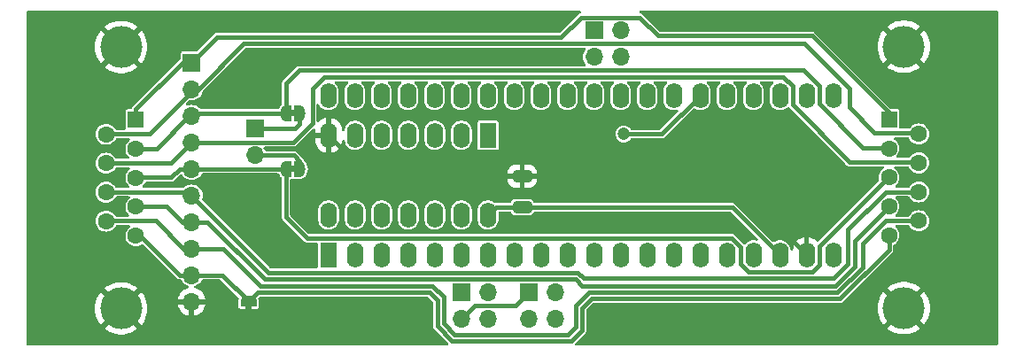
<source format=gbr>
%TF.GenerationSoftware,KiCad,Pcbnew,8.0.5-8.0.5-0~ubuntu22.04.1*%
%TF.CreationDate,2024-10-17T10:17:30+02:00*%
%TF.ProjectId,SerialSniffer_kicad,53657269-616c-4536-9e69-666665725f6b,rev?*%
%TF.SameCoordinates,Original*%
%TF.FileFunction,Copper,L2,Bot*%
%TF.FilePolarity,Positive*%
%FSLAX46Y46*%
G04 Gerber Fmt 4.6, Leading zero omitted, Abs format (unit mm)*
G04 Created by KiCad (PCBNEW 8.0.5-8.0.5-0~ubuntu22.04.1) date 2024-10-17 10:17:30*
%MOMM*%
%LPD*%
G01*
G04 APERTURE LIST*
G04 Aperture macros list*
%AMRoundRect*
0 Rectangle with rounded corners*
0 $1 Rounding radius*
0 $2 $3 $4 $5 $6 $7 $8 $9 X,Y pos of 4 corners*
0 Add a 4 corners polygon primitive as box body*
4,1,4,$2,$3,$4,$5,$6,$7,$8,$9,$2,$3,0*
0 Add four circle primitives for the rounded corners*
1,1,$1+$1,$2,$3*
1,1,$1+$1,$4,$5*
1,1,$1+$1,$6,$7*
1,1,$1+$1,$8,$9*
0 Add four rect primitives between the rounded corners*
20,1,$1+$1,$2,$3,$4,$5,0*
20,1,$1+$1,$4,$5,$6,$7,0*
20,1,$1+$1,$6,$7,$8,$9,0*
20,1,$1+$1,$8,$9,$2,$3,0*%
%AMFreePoly0*
4,1,19,0.500000,-0.750000,0.000000,-0.750000,0.000000,-0.744911,-0.071157,-0.744911,-0.207708,-0.704816,-0.327430,-0.627875,-0.420627,-0.520320,-0.479746,-0.390866,-0.500000,-0.250000,-0.500000,0.250000,-0.479746,0.390866,-0.420627,0.520320,-0.327430,0.627875,-0.207708,0.704816,-0.071157,0.744911,0.000000,0.744911,0.000000,0.750000,0.500000,0.750000,0.500000,-0.750000,0.500000,-0.750000,
$1*%
%AMFreePoly1*
4,1,19,0.000000,0.744911,0.071157,0.744911,0.207708,0.704816,0.327430,0.627875,0.420627,0.520320,0.479746,0.390866,0.500000,0.250000,0.500000,-0.250000,0.479746,-0.390866,0.420627,-0.520320,0.327430,-0.627875,0.207708,-0.704816,0.071157,-0.744911,0.000000,-0.744911,0.000000,-0.750000,-0.500000,-0.750000,-0.500000,0.750000,0.000000,0.750000,0.000000,0.744911,0.000000,0.744911,
$1*%
G04 Aperture macros list end*
%TA.AperFunction,EtchedComponent*%
%ADD10C,0.000000*%
%TD*%
%TA.AperFunction,ComponentPad*%
%ADD11R,1.600000X2.400000*%
%TD*%
%TA.AperFunction,ComponentPad*%
%ADD12O,1.600000X2.400000*%
%TD*%
%TA.AperFunction,ComponentPad*%
%ADD13C,4.000000*%
%TD*%
%TA.AperFunction,ComponentPad*%
%ADD14R,1.600000X1.600000*%
%TD*%
%TA.AperFunction,ComponentPad*%
%ADD15C,1.600000*%
%TD*%
%TA.AperFunction,ComponentPad*%
%ADD16O,1.700000X1.700000*%
%TD*%
%TA.AperFunction,ComponentPad*%
%ADD17R,1.700000X1.700000*%
%TD*%
%TA.AperFunction,SMDPad,CuDef*%
%ADD18FreePoly0,270.000000*%
%TD*%
%TA.AperFunction,SMDPad,CuDef*%
%ADD19FreePoly1,270.000000*%
%TD*%
%TA.AperFunction,SMDPad,CuDef*%
%ADD20FreePoly0,180.000000*%
%TD*%
%TA.AperFunction,SMDPad,CuDef*%
%ADD21FreePoly1,180.000000*%
%TD*%
%TA.AperFunction,SMDPad,CuDef*%
%ADD22RoundRect,0.250000X0.650000X-0.325000X0.650000X0.325000X-0.650000X0.325000X-0.650000X-0.325000X0*%
%TD*%
%TA.AperFunction,ViaPad*%
%ADD23C,1.200000*%
%TD*%
%TA.AperFunction,Conductor*%
%ADD24C,0.400000*%
%TD*%
G04 APERTURE END LIST*
D10*
%TA.AperFunction,EtchedComponent*%
%TO.C,JP1*%
G36*
X86660000Y-98690000D02*
G01*
X86060000Y-98690000D01*
X86060000Y-98190000D01*
X86660000Y-98190000D01*
X86660000Y-98690000D01*
G37*
%TD.AperFunction*%
%TA.AperFunction,EtchedComponent*%
%TO.C,JP2*%
G36*
X90851000Y-80091000D02*
G01*
X90351000Y-80091000D01*
X90351000Y-79491000D01*
X90851000Y-79491000D01*
X90851000Y-80091000D01*
G37*
%TD.AperFunction*%
%TA.AperFunction,EtchedComponent*%
%TO.C,JP3*%
G36*
X90836000Y-85425000D02*
G01*
X90336000Y-85425000D01*
X90336000Y-84825000D01*
X90836000Y-84825000D01*
X90836000Y-85425000D01*
G37*
%TD.AperFunction*%
%TD*%
D11*
%TO.P,J7,1,Pin_1*%
%TO.N,/B12*%
X93980000Y-93345000D03*
D12*
%TO.P,J7,2,Pin_2*%
%TO.N,/B13*%
X96520000Y-93345000D03*
%TO.P,J7,3,Pin_3*%
%TO.N,/B14*%
X99060000Y-93345000D03*
%TO.P,J7,4,Pin_4*%
%TO.N,/B15*%
X101600000Y-93345000D03*
%TO.P,J7,5,Pin_5*%
%TO.N,/uA8*%
X104140000Y-93345000D03*
%TO.P,J7,6,Pin_6*%
%TO.N,/TX1*%
X106680000Y-93345000D03*
%TO.P,J7,7,Pin_7*%
%TO.N,/STMRX1*%
X109220000Y-93345000D03*
%TO.P,J7,8,Pin_8*%
%TO.N,/USB-*%
X111760000Y-93345000D03*
%TO.P,J7,9,Pin_9*%
%TO.N,/USB+*%
X114300000Y-93345000D03*
%TO.P,J7,10,Pin_10*%
%TO.N,/uA15*%
X116840000Y-93345000D03*
%TO.P,J7,11,Pin_11*%
%TO.N,/B3*%
X119380000Y-93345000D03*
%TO.P,J7,12,Pin_12*%
%TO.N,/B4*%
X121920000Y-93345000D03*
%TO.P,J7,13,Pin_13*%
%TO.N,/B5*%
X124460000Y-93345000D03*
%TO.P,J7,14,Pin_14*%
%TO.N,/SCL*%
X127000000Y-93345000D03*
%TO.P,J7,15,Pin_15*%
%TO.N,/SDA*%
X129540000Y-93345000D03*
%TO.P,J7,16,Pin_16*%
%TO.N,/B8*%
X132080000Y-93345000D03*
%TO.P,J7,17,Pin_17*%
%TO.N,/B9*%
X134620000Y-93345000D03*
%TO.P,J7,18,Pin_18*%
%TO.N,+5V*%
X137160000Y-93345000D03*
%TO.P,J7,19,Pin_19*%
%TO.N,GND*%
X139700000Y-93345000D03*
%TO.P,J7,20,Pin_20*%
%TO.N,unconnected-(J7-Pin_20-Pad20)*%
X142240000Y-93345000D03*
%TO.P,J7,21,Pin_21*%
%TO.N,/VB*%
X142240000Y-78105000D03*
%TO.P,J7,22,Pin_22*%
%TO.N,/C13*%
X139700000Y-78105000D03*
%TO.P,J7,23,Pin_23*%
%TO.N,/C14*%
X137160000Y-78105000D03*
%TO.P,J7,24,Pin_24*%
%TO.N,/C15*%
X134620000Y-78105000D03*
%TO.P,J7,25,Pin_25*%
%TO.N,/~{STMRST}*%
X132080000Y-78105000D03*
%TO.P,J7,26,Pin_26*%
%TO.N,/uA0*%
X129540000Y-78105000D03*
%TO.P,J7,27,Pin_27*%
%TO.N,/uA1*%
X127000000Y-78105000D03*
%TO.P,J7,28,Pin_28*%
%TO.N,/TX2*%
X124460000Y-78105000D03*
%TO.P,J7,29,Pin_29*%
%TO.N,/STMRX2*%
X121920000Y-78105000D03*
%TO.P,J7,30,Pin_30*%
%TO.N,/uA4*%
X119380000Y-78105000D03*
%TO.P,J7,31,Pin_31*%
%TO.N,/uA5*%
X116840000Y-78105000D03*
%TO.P,J7,32,Pin_32*%
%TO.N,/uA6*%
X114300000Y-78105000D03*
%TO.P,J7,33,Pin_33*%
%TO.N,/uA7*%
X111760000Y-78105000D03*
%TO.P,J7,34,Pin_34*%
%TO.N,/B0*%
X109220000Y-78105000D03*
%TO.P,J7,35,Pin_35*%
%TO.N,/B1*%
X106680000Y-78105000D03*
%TO.P,J7,36,Pin_36*%
%TO.N,/B2*%
X104140000Y-78105000D03*
%TO.P,J7,37,Pin_37*%
%TO.N,/B10*%
X101600000Y-78105000D03*
%TO.P,J7,38,Pin_38*%
%TO.N,unconnected-(J7-Pin_38-Pad38)*%
X99060000Y-78105000D03*
%TO.P,J7,39,Pin_39*%
%TO.N,unconnected-(J7-Pin_39-Pad39)*%
X96520000Y-78105000D03*
%TO.P,J7,40,Pin_40*%
%TO.N,unconnected-(J7-Pin_40-Pad40)*%
X93980000Y-78105000D03*
%TD*%
D13*
%TO.P,J1,0,PAD*%
%TO.N,GND*%
X148994000Y-98431000D03*
X148994000Y-73431000D03*
D14*
%TO.P,J1,1,1*%
%TO.N,/Pin1*%
X147574000Y-80391000D03*
D15*
%TO.P,J1,2,2*%
%TO.N,/Pin2*%
X147574000Y-83161000D03*
%TO.P,J1,3,3*%
%TO.N,/Pin3*%
X147574000Y-85931000D03*
%TO.P,J1,4,4*%
%TO.N,/Pin4*%
X147574000Y-88701000D03*
%TO.P,J1,5,5*%
%TO.N,/Pin5*%
X147574000Y-91471000D03*
%TO.P,J1,6,6*%
%TO.N,/Pin6*%
X150414000Y-81776000D03*
%TO.P,J1,7,7*%
%TO.N,/Pin7*%
X150414000Y-84546000D03*
%TO.P,J1,8,8*%
%TO.N,/Pin8*%
X150414000Y-87316000D03*
%TO.P,J1,9,9*%
%TO.N,/Pin9*%
X150414000Y-90086000D03*
%TD*%
D16*
%TO.P,J5,4,Pin_4*%
%TO.N,/STMRX1*%
X109220000Y-99441000D03*
%TO.P,J5,3,Pin_3*%
%TO.N,/RX1#*%
X106680000Y-99441000D03*
%TO.P,J5,2,Pin_2*%
%TO.N,/STMRX1*%
X109220000Y-96901000D03*
D17*
%TO.P,J5,1,Pin_1*%
%TO.N,/~{RX1}*%
X106680000Y-96901000D03*
%TD*%
%TO.P,J3,1,Pin_1*%
%TO.N,/Pin1*%
X80934000Y-74965000D03*
D16*
%TO.P,J3,2,Pin_2*%
%TO.N,/Pin6*%
X80934000Y-77505000D03*
%TO.P,J3,3,Pin_3*%
%TO.N,/Pin2*%
X80934000Y-80045000D03*
%TO.P,J3,4,Pin_4*%
%TO.N,/Pin7*%
X80934000Y-82585000D03*
%TO.P,J3,5,Pin_5*%
%TO.N,/Pin3*%
X80934000Y-85125000D03*
%TO.P,J3,6,Pin_6*%
%TO.N,/Pin8*%
X80934000Y-87665000D03*
%TO.P,J3,7,Pin_7*%
%TO.N,/Pin4*%
X80934000Y-90205000D03*
%TO.P,J3,8,Pin_8*%
%TO.N,/Pin9*%
X80934000Y-92745000D03*
%TO.P,J3,9,Pin_9*%
%TO.N,/Pin5*%
X80934000Y-95285000D03*
%TO.P,J3,10,Pin_10*%
%TO.N,GND*%
X80934000Y-97825000D03*
%TD*%
D13*
%TO.P,J2,0,PAD*%
%TO.N,GND*%
X74180000Y-73466000D03*
X74180000Y-98466000D03*
D14*
%TO.P,J2,1,1*%
%TO.N,/Pin1*%
X75600000Y-80426000D03*
D15*
%TO.P,J2,2,2*%
%TO.N,/Pin2*%
X75600000Y-83196000D03*
%TO.P,J2,3,3*%
%TO.N,/Pin3*%
X75600000Y-85966000D03*
%TO.P,J2,4,4*%
%TO.N,/Pin4*%
X75600000Y-88736000D03*
%TO.P,J2,5,5*%
%TO.N,/Pin5*%
X75600000Y-91506000D03*
%TO.P,J2,6,6*%
%TO.N,/Pin6*%
X72760000Y-81811000D03*
%TO.P,J2,7,7*%
%TO.N,/Pin7*%
X72760000Y-84581000D03*
%TO.P,J2,8,8*%
%TO.N,/Pin8*%
X72760000Y-87351000D03*
%TO.P,J2,9,9*%
%TO.N,/Pin9*%
X72760000Y-90121000D03*
%TD*%
D17*
%TO.P,J6,1,Pin_1*%
%TO.N,/RX2#*%
X119380000Y-71882000D03*
D16*
%TO.P,J6,2,Pin_2*%
%TO.N,/STMRX2*%
X121920000Y-71882000D03*
%TO.P,J6,3,Pin_3*%
%TO.N,/~{RX2}*%
X119380000Y-74422000D03*
%TO.P,J6,4,Pin_4*%
%TO.N,/STMRX2*%
X121920000Y-74422000D03*
%TD*%
D17*
%TO.P,J8,1,Pin_1*%
%TO.N,/RX1#*%
X113157000Y-96901000D03*
D16*
%TO.P,J8,2,Pin_2*%
%TO.N,/uA0*%
X115697000Y-96901000D03*
%TO.P,J8,3,Pin_3*%
%TO.N,/RX2#*%
X113157000Y-99441000D03*
%TO.P,J8,4,Pin_4*%
%TO.N,/uA0*%
X115697000Y-99441000D03*
%TD*%
D11*
%TO.P,U1,1*%
%TO.N,Net-(D1-K)*%
X109251000Y-81900000D03*
D12*
%TO.P,U1,2*%
%TO.N,Net-(U1-Pad2)*%
X106711000Y-81900000D03*
%TO.P,U1,3*%
X104171000Y-81900000D03*
%TO.P,U1,4*%
%TO.N,/~{RX2}*%
X101631000Y-81900000D03*
%TO.P,U1,5*%
X99091000Y-81900000D03*
%TO.P,U1,6*%
%TO.N,/RX2#*%
X96551000Y-81900000D03*
%TO.P,U1,7,GND*%
%TO.N,GND*%
X94011000Y-81900000D03*
%TO.P,U1,8*%
%TO.N,/RX1#*%
X94011000Y-89520000D03*
%TO.P,U1,9*%
%TO.N,/~{RX1}*%
X96551000Y-89520000D03*
%TO.P,U1,10*%
X99091000Y-89520000D03*
%TO.P,U1,11*%
%TO.N,Net-(U1-Pad11)*%
X101631000Y-89520000D03*
%TO.P,U1,12*%
X104171000Y-89520000D03*
%TO.P,U1,13*%
%TO.N,Net-(D3-A)*%
X106711000Y-89520000D03*
%TO.P,U1,14,VCC*%
%TO.N,+5V*%
X109251000Y-89520000D03*
%TD*%
D17*
%TO.P,J4,1,Pin_1*%
%TO.N,Net-(J4-Pin_1)*%
X86995000Y-81280000D03*
D16*
%TO.P,J4,2,Pin_2*%
%TO.N,Net-(J4-Pin_2)*%
X86995000Y-83820000D03*
%TD*%
D18*
%TO.P,JP1,1,A*%
%TO.N,/Pin5*%
X86360000Y-97790000D03*
D19*
%TO.P,JP1,2,B*%
%TO.N,GND*%
X86360000Y-99090000D03*
%TD*%
D20*
%TO.P,JP2,1,A*%
%TO.N,Net-(J4-Pin_1)*%
X91251000Y-79791000D03*
D21*
%TO.P,JP2,2,B*%
%TO.N,/Pin2*%
X89951000Y-79791000D03*
%TD*%
D20*
%TO.P,JP3,1,A*%
%TO.N,Net-(J4-Pin_2)*%
X91236000Y-85125000D03*
D21*
%TO.P,JP3,2,B*%
%TO.N,/Pin3*%
X89936000Y-85125000D03*
%TD*%
D22*
%TO.P,C1,1*%
%TO.N,+5V*%
X112522000Y-88773000D03*
%TO.P,C1,2*%
%TO.N,GND*%
X112522000Y-85823000D03*
%TD*%
D23*
%TO.N,GND*%
X87249000Y-75819000D03*
X139700000Y-90551000D03*
X86868000Y-89662000D03*
%TO.N,/uA0*%
X122226000Y-81788000D03*
%TO.N,Net-(J4-Pin_1)*%
X91256000Y-79791000D03*
%TO.N,Net-(J4-Pin_2)*%
X91241000Y-85125000D03*
%TD*%
D24*
%TO.N,GND*%
X83977000Y-99090000D02*
X86360000Y-99090000D01*
X132178000Y-85823000D02*
X112522000Y-85823000D01*
X97934000Y-85823000D02*
X94011000Y-81900000D01*
X80934000Y-97825000D02*
X82712000Y-97825000D01*
X139700000Y-93345000D02*
X132178000Y-85823000D01*
X82712000Y-97825000D02*
X83977000Y-99090000D01*
X112522000Y-85823000D02*
X97934000Y-85823000D01*
%TO.N,+5V*%
X112522000Y-88773000D02*
X132588000Y-88773000D01*
X112522000Y-88773000D02*
X109998000Y-88773000D01*
X132588000Y-88773000D02*
X137160000Y-93345000D01*
X109998000Y-88773000D02*
X109251000Y-89520000D01*
%TO.N,/Pin1*%
X83382000Y-72517000D02*
X116245000Y-72517000D01*
X75600000Y-80426000D02*
X75600000Y-79410000D01*
X123718000Y-70632000D02*
X125476000Y-72390000D01*
X80045000Y-74965000D02*
X80934000Y-74965000D01*
X118130000Y-70632000D02*
X123718000Y-70632000D01*
X147574000Y-79756000D02*
X147574000Y-80391000D01*
X125476000Y-72390000D02*
X140208000Y-72390000D01*
X140208000Y-72390000D02*
X147574000Y-79756000D01*
X80934000Y-74965000D02*
X83382000Y-72517000D01*
X75600000Y-79410000D02*
X80045000Y-74965000D01*
X116245000Y-72517000D02*
X118130000Y-70632000D01*
%TO.N,/Pin2*%
X75630000Y-83166000D02*
X77559000Y-83166000D01*
X77559000Y-83166000D02*
X80680000Y-80045000D01*
X140900000Y-78862056D02*
X140900000Y-77207944D01*
X147485000Y-83072000D02*
X145109944Y-83072000D01*
X89951000Y-79791000D02*
X81188000Y-79791000D01*
X89951000Y-76927000D02*
X91186000Y-75692000D01*
X89951000Y-79791000D02*
X89951000Y-76927000D01*
X81188000Y-79791000D02*
X80934000Y-80045000D01*
X139384056Y-75692000D02*
X91186000Y-75692000D01*
X140900000Y-77207944D02*
X139384056Y-75692000D01*
X145109944Y-83072000D02*
X140900000Y-78862056D01*
%TO.N,/Pin5*%
X104394000Y-100162528D02*
X105831472Y-101600000D01*
X83855000Y-95285000D02*
X86360000Y-97790000D01*
X79791000Y-95285000D02*
X80934000Y-95285000D01*
X117221000Y-101600000D02*
X118237000Y-100584000D01*
X76012000Y-91506000D02*
X79791000Y-95285000D01*
X119126000Y-97536000D02*
X142875000Y-97536000D01*
X87249000Y-96901000D02*
X103632000Y-96901000D01*
X118237000Y-100584000D02*
X118237000Y-98425000D01*
X118237000Y-98425000D02*
X119126000Y-97536000D01*
X142875000Y-97536000D02*
X147574000Y-92837000D01*
X80934000Y-95285000D02*
X83855000Y-95285000D01*
X105831472Y-101600000D02*
X117221000Y-101600000D01*
X104394000Y-97663000D02*
X104394000Y-100162528D01*
X86360000Y-97790000D02*
X87249000Y-96901000D01*
X103632000Y-96901000D02*
X104394000Y-97663000D01*
X147574000Y-92837000D02*
X147574000Y-91471000D01*
%TO.N,/Pin6*%
X146203000Y-81687000D02*
X150325000Y-81687000D01*
X85900000Y-73152000D02*
X139446000Y-73152000D01*
X76912000Y-81781000D02*
X80934000Y-77759000D01*
X143764000Y-79248000D02*
X146203000Y-81687000D01*
X139446000Y-73152000D02*
X143764000Y-77470000D01*
X81547000Y-77505000D02*
X85900000Y-73152000D01*
X143764000Y-77470000D02*
X143764000Y-79248000D01*
X72790000Y-81781000D02*
X76912000Y-81781000D01*
%TO.N,/Pin8*%
X117850528Y-95031000D02*
X118364528Y-95545000D01*
X72790000Y-87321000D02*
X81291000Y-87321000D01*
X80934000Y-87665000D02*
X88300000Y-95031000D01*
X118364528Y-95545000D02*
X142320416Y-95545000D01*
X147261943Y-87316000D02*
X150414000Y-87316000D01*
X143637000Y-94228416D02*
X143637000Y-90940943D01*
X143637000Y-90940943D02*
X147261943Y-87316000D01*
X142320416Y-95545000D02*
X143637000Y-94228416D01*
X88300000Y-95031000D02*
X117850528Y-95031000D01*
%TO.N,/Pin9*%
X142661472Y-96901000D02*
X118912472Y-96901000D01*
X145054236Y-92293707D02*
X145054236Y-94508236D01*
X77518000Y-90091000D02*
X80172000Y-92745000D01*
X106080000Y-101000000D02*
X104994000Y-99914000D01*
X87538000Y-96301000D02*
X83982000Y-92745000D01*
X150414000Y-90086000D02*
X147261943Y-90086000D01*
X80172000Y-92745000D02*
X80934000Y-92745000D01*
X147261943Y-90086000D02*
X145054236Y-92293707D01*
X83982000Y-92745000D02*
X80934000Y-92745000D01*
X72790000Y-90091000D02*
X77518000Y-90091000D01*
X117602000Y-100238000D02*
X116840000Y-101000000D01*
X104994000Y-97374000D02*
X103921000Y-96301000D01*
X116840000Y-101000000D02*
X106080000Y-101000000D01*
X117602000Y-98211472D02*
X117602000Y-100238000D01*
X103921000Y-96301000D02*
X87538000Y-96301000D01*
X145054236Y-94508236D02*
X142661472Y-96901000D01*
X118912472Y-96901000D02*
X117602000Y-98211472D01*
X104994000Y-99914000D02*
X104994000Y-97374000D01*
%TO.N,/Pin4*%
X142412944Y-96301000D02*
X144272000Y-94441944D01*
X118272000Y-96301000D02*
X142412944Y-96301000D01*
X75630000Y-88706000D02*
X78546000Y-88706000D01*
X144272000Y-94441944D02*
X144272000Y-92003000D01*
X87884000Y-95631000D02*
X117602000Y-95631000D01*
X80934000Y-90205000D02*
X82458000Y-90205000D01*
X117602000Y-95631000D02*
X118272000Y-96301000D01*
X144272000Y-92003000D02*
X147574000Y-88701000D01*
X78546000Y-88706000D02*
X80045000Y-90205000D01*
X80045000Y-90205000D02*
X80934000Y-90205000D01*
X82458000Y-90205000D02*
X87884000Y-95631000D01*
%TO.N,/Pin7*%
X72790000Y-84551000D02*
X78968000Y-84551000D01*
X92456000Y-77470000D02*
X93599000Y-76327000D01*
X80949000Y-82570000D02*
X90658000Y-82570000D01*
X80934000Y-82585000D02*
X80949000Y-82570000D01*
X90658000Y-82570000D02*
X92456000Y-80772000D01*
X138360000Y-77207944D02*
X138360000Y-79002056D01*
X143814944Y-84457000D02*
X150325000Y-84457000D01*
X137479056Y-76327000D02*
X138360000Y-77207944D01*
X78968000Y-84551000D02*
X80934000Y-82585000D01*
X92456000Y-80772000D02*
X92456000Y-77470000D01*
X93599000Y-76327000D02*
X137479056Y-76327000D01*
X138360000Y-79002056D02*
X143814944Y-84457000D01*
%TO.N,/Pin3*%
X89936000Y-85125000D02*
X80934000Y-85125000D01*
X133420000Y-92587944D02*
X133420000Y-94242056D01*
X89936000Y-89733000D02*
X91948000Y-91745000D01*
X140259000Y-94945000D02*
X140900000Y-94304000D01*
X140900000Y-94304000D02*
X140900000Y-92526000D01*
X132577056Y-91745000D02*
X133420000Y-92587944D01*
X79791000Y-85125000D02*
X80934000Y-85125000D01*
X75630000Y-85936000D02*
X78980000Y-85936000D01*
X78980000Y-85936000D02*
X79791000Y-85125000D01*
X89936000Y-85125000D02*
X89936000Y-89733000D01*
X134122944Y-94945000D02*
X140259000Y-94945000D01*
X140900000Y-92526000D02*
X147495000Y-85931000D01*
X133420000Y-94242056D02*
X134122944Y-94945000D01*
X91948000Y-91745000D02*
X132577056Y-91745000D01*
%TO.N,/uA0*%
X129540000Y-78105000D02*
X125857000Y-81788000D01*
X125857000Y-81788000D02*
X122226000Y-81788000D01*
%TO.N,/RX1#*%
X107970000Y-98151000D02*
X106680000Y-99441000D01*
X111907000Y-98151000D02*
X107970000Y-98151000D01*
X113157000Y-96901000D02*
X111907000Y-98151000D01*
%TO.N,Net-(J4-Pin_1)*%
X90805000Y-81280000D02*
X91251000Y-80834000D01*
X86995000Y-81280000D02*
X90805000Y-81280000D01*
X91251000Y-80834000D02*
X91251000Y-79791000D01*
%TO.N,Net-(J4-Pin_2)*%
X90686000Y-83820000D02*
X91236000Y-84370000D01*
X91236000Y-84370000D02*
X91236000Y-85089994D01*
X91236000Y-85125000D02*
X91236000Y-85089994D01*
X86995000Y-83820000D02*
X90686000Y-83820000D01*
%TD*%
%TA.AperFunction,Conductor*%
%TO.N,GND*%
G36*
X118066406Y-70019685D02*
G01*
X118112161Y-70072489D01*
X118122105Y-70141647D01*
X118093080Y-70205203D01*
X118034302Y-70242977D01*
X118031491Y-70243766D01*
X117997933Y-70252758D01*
X117975412Y-70258793D01*
X117884084Y-70311522D01*
X116115426Y-72080181D01*
X116054103Y-72113666D01*
X116027745Y-72116500D01*
X83329273Y-72116500D01*
X83227410Y-72143793D01*
X83136087Y-72196520D01*
X83136084Y-72196522D01*
X81454426Y-73878181D01*
X81393103Y-73911666D01*
X81366745Y-73914500D01*
X80064247Y-73914500D01*
X80005770Y-73926131D01*
X80005769Y-73926132D01*
X79939447Y-73970447D01*
X79895132Y-74036769D01*
X79895131Y-74036770D01*
X79883500Y-74095247D01*
X79883500Y-74524192D01*
X79863815Y-74591231D01*
X79821502Y-74631578D01*
X79799084Y-74644521D01*
X75279522Y-79164084D01*
X75279518Y-79164090D01*
X75226792Y-79255412D01*
X75226793Y-79255413D01*
X75205845Y-79333593D01*
X75169480Y-79393254D01*
X75106633Y-79423783D01*
X75086070Y-79425500D01*
X74780247Y-79425500D01*
X74721770Y-79437131D01*
X74721769Y-79437132D01*
X74655447Y-79481447D01*
X74611132Y-79547769D01*
X74611131Y-79547770D01*
X74599500Y-79606247D01*
X74599500Y-81251840D01*
X74597941Y-81251840D01*
X74586344Y-81312991D01*
X74538279Y-81363702D01*
X74475959Y-81380500D01*
X73738670Y-81380500D01*
X73671631Y-81360815D01*
X73629312Y-81314953D01*
X73628263Y-81312991D01*
X73595910Y-81252462D01*
X73595909Y-81252460D01*
X73470883Y-81100116D01*
X73318539Y-80975090D01*
X73318532Y-80975086D01*
X73144733Y-80882188D01*
X73144727Y-80882186D01*
X72956132Y-80824976D01*
X72956129Y-80824975D01*
X72760000Y-80805659D01*
X72563870Y-80824975D01*
X72375266Y-80882188D01*
X72201467Y-80975086D01*
X72201460Y-80975090D01*
X72049116Y-81100116D01*
X71924090Y-81252460D01*
X71924086Y-81252467D01*
X71831188Y-81426266D01*
X71773975Y-81614870D01*
X71754659Y-81811000D01*
X71773975Y-82007129D01*
X71785615Y-82045500D01*
X71828993Y-82188499D01*
X71831188Y-82195733D01*
X71924086Y-82369532D01*
X71924090Y-82369539D01*
X72049116Y-82521883D01*
X72201460Y-82646909D01*
X72201467Y-82646913D01*
X72375266Y-82739811D01*
X72375269Y-82739811D01*
X72375273Y-82739814D01*
X72563868Y-82797024D01*
X72760000Y-82816341D01*
X72956132Y-82797024D01*
X73144727Y-82739814D01*
X73318538Y-82646910D01*
X73470883Y-82521883D01*
X73595910Y-82369538D01*
X73595910Y-82369536D01*
X73595914Y-82369532D01*
X73661384Y-82247047D01*
X73710346Y-82197202D01*
X73770742Y-82181500D01*
X74912518Y-82181500D01*
X74979557Y-82201185D01*
X75025312Y-82253989D01*
X75035256Y-82323147D01*
X75006231Y-82386703D01*
X74991183Y-82401353D01*
X74889116Y-82485116D01*
X74764090Y-82637460D01*
X74764086Y-82637467D01*
X74671188Y-82811266D01*
X74613975Y-82999870D01*
X74594659Y-83196000D01*
X74613975Y-83392129D01*
X74616307Y-83399815D01*
X74671168Y-83580669D01*
X74671188Y-83580733D01*
X74764086Y-83754532D01*
X74764090Y-83754539D01*
X74889114Y-83906880D01*
X74889115Y-83906881D01*
X74889117Y-83906883D01*
X74918074Y-83930647D01*
X74957407Y-83988392D01*
X74959278Y-84058237D01*
X74923091Y-84118005D01*
X74860335Y-84148721D01*
X74839408Y-84150500D01*
X73738670Y-84150500D01*
X73671631Y-84130815D01*
X73629312Y-84084953D01*
X73625601Y-84078011D01*
X73595910Y-84022462D01*
X73595909Y-84022460D01*
X73470883Y-83870116D01*
X73318539Y-83745090D01*
X73318532Y-83745086D01*
X73144733Y-83652188D01*
X73144727Y-83652186D01*
X72956132Y-83594976D01*
X72956129Y-83594975D01*
X72760000Y-83575659D01*
X72563870Y-83594975D01*
X72375266Y-83652188D01*
X72201467Y-83745086D01*
X72201460Y-83745090D01*
X72049116Y-83870116D01*
X71924090Y-84022460D01*
X71924086Y-84022467D01*
X71831188Y-84196266D01*
X71773975Y-84384870D01*
X71754659Y-84581000D01*
X71773975Y-84777129D01*
X71782284Y-84804520D01*
X71825124Y-84945745D01*
X71831188Y-84965733D01*
X71924086Y-85139532D01*
X71924090Y-85139539D01*
X72049116Y-85291883D01*
X72201460Y-85416909D01*
X72201467Y-85416913D01*
X72375266Y-85509811D01*
X72375269Y-85509811D01*
X72375273Y-85509814D01*
X72563868Y-85567024D01*
X72760000Y-85586341D01*
X72956132Y-85567024D01*
X73144727Y-85509814D01*
X73318538Y-85416910D01*
X73470883Y-85291883D01*
X73595910Y-85139538D01*
X73595910Y-85139536D01*
X73595914Y-85139532D01*
X73661384Y-85017047D01*
X73710346Y-84967202D01*
X73770742Y-84951500D01*
X74912518Y-84951500D01*
X74979557Y-84971185D01*
X75025312Y-85023989D01*
X75035256Y-85093147D01*
X75006231Y-85156703D01*
X74991183Y-85171353D01*
X74889116Y-85255116D01*
X74764090Y-85407460D01*
X74764086Y-85407467D01*
X74671188Y-85581266D01*
X74613975Y-85769870D01*
X74594659Y-85966000D01*
X74613975Y-86162129D01*
X74613976Y-86162132D01*
X74659031Y-86310659D01*
X74671188Y-86350733D01*
X74764086Y-86524532D01*
X74764090Y-86524539D01*
X74889114Y-86676880D01*
X74889115Y-86676881D01*
X74889117Y-86676883D01*
X74918074Y-86700647D01*
X74957407Y-86758392D01*
X74959278Y-86828237D01*
X74923091Y-86888005D01*
X74860335Y-86918721D01*
X74839408Y-86920500D01*
X73738670Y-86920500D01*
X73671631Y-86900815D01*
X73629312Y-86854953D01*
X73626639Y-86849953D01*
X73595910Y-86792462D01*
X73595909Y-86792460D01*
X73470883Y-86640116D01*
X73318539Y-86515090D01*
X73318532Y-86515086D01*
X73144733Y-86422188D01*
X73144727Y-86422186D01*
X72956132Y-86364976D01*
X72956129Y-86364975D01*
X72760000Y-86345659D01*
X72563870Y-86364975D01*
X72375266Y-86422188D01*
X72201467Y-86515086D01*
X72201460Y-86515090D01*
X72049116Y-86640116D01*
X71924090Y-86792460D01*
X71924086Y-86792467D01*
X71831188Y-86966266D01*
X71773975Y-87154870D01*
X71754659Y-87351000D01*
X71773975Y-87547129D01*
X71831188Y-87735733D01*
X71924086Y-87909532D01*
X71924090Y-87909539D01*
X72049116Y-88061883D01*
X72201460Y-88186909D01*
X72201467Y-88186913D01*
X72375266Y-88279811D01*
X72375269Y-88279811D01*
X72375273Y-88279814D01*
X72563868Y-88337024D01*
X72760000Y-88356341D01*
X72956132Y-88337024D01*
X73144727Y-88279814D01*
X73318538Y-88186910D01*
X73470883Y-88061883D01*
X73595910Y-87909538D01*
X73595910Y-87909536D01*
X73595914Y-87909532D01*
X73661384Y-87787047D01*
X73710346Y-87737202D01*
X73770742Y-87721500D01*
X74912518Y-87721500D01*
X74979557Y-87741185D01*
X75025312Y-87793989D01*
X75035256Y-87863147D01*
X75006231Y-87926703D01*
X74991183Y-87941353D01*
X74889116Y-88025116D01*
X74764090Y-88177460D01*
X74764086Y-88177467D01*
X74671188Y-88351266D01*
X74613975Y-88539870D01*
X74594659Y-88736000D01*
X74613975Y-88932129D01*
X74613976Y-88932132D01*
X74659031Y-89080659D01*
X74671188Y-89120733D01*
X74764086Y-89294532D01*
X74764090Y-89294539D01*
X74889114Y-89446880D01*
X74889115Y-89446881D01*
X74889117Y-89446883D01*
X74918074Y-89470647D01*
X74957407Y-89528392D01*
X74959278Y-89598237D01*
X74923091Y-89658005D01*
X74860335Y-89688721D01*
X74839408Y-89690500D01*
X73738670Y-89690500D01*
X73671631Y-89670815D01*
X73629312Y-89624953D01*
X73626639Y-89619953D01*
X73600596Y-89571228D01*
X73595909Y-89562460D01*
X73470883Y-89410116D01*
X73318539Y-89285090D01*
X73318532Y-89285086D01*
X73144733Y-89192188D01*
X73144727Y-89192186D01*
X72956132Y-89134976D01*
X72956129Y-89134975D01*
X72760000Y-89115659D01*
X72563870Y-89134975D01*
X72375266Y-89192188D01*
X72201467Y-89285086D01*
X72201460Y-89285090D01*
X72049116Y-89410116D01*
X71924090Y-89562460D01*
X71924086Y-89562467D01*
X71831188Y-89736266D01*
X71773975Y-89924870D01*
X71754659Y-90121000D01*
X71773975Y-90317129D01*
X71831188Y-90505733D01*
X71924086Y-90679532D01*
X71924090Y-90679539D01*
X72049116Y-90831883D01*
X72201460Y-90956909D01*
X72201467Y-90956913D01*
X72375266Y-91049811D01*
X72375269Y-91049811D01*
X72375273Y-91049814D01*
X72563868Y-91107024D01*
X72760000Y-91126341D01*
X72956132Y-91107024D01*
X73144727Y-91049814D01*
X73151100Y-91046408D01*
X73231632Y-91003362D01*
X73318538Y-90956910D01*
X73470883Y-90831883D01*
X73595910Y-90679538D01*
X73595910Y-90679536D01*
X73595914Y-90679532D01*
X73661384Y-90557047D01*
X73710346Y-90507202D01*
X73770742Y-90491500D01*
X74912518Y-90491500D01*
X74979557Y-90511185D01*
X75025312Y-90563989D01*
X75035256Y-90633147D01*
X75006231Y-90696703D01*
X74991183Y-90711353D01*
X74889116Y-90795116D01*
X74764090Y-90947460D01*
X74764086Y-90947467D01*
X74671188Y-91121266D01*
X74613975Y-91309870D01*
X74594659Y-91506000D01*
X74613975Y-91702129D01*
X74671188Y-91890733D01*
X74764086Y-92064532D01*
X74764090Y-92064539D01*
X74889116Y-92216883D01*
X75041460Y-92341909D01*
X75041467Y-92341913D01*
X75215266Y-92434811D01*
X75215269Y-92434811D01*
X75215273Y-92434814D01*
X75403868Y-92492024D01*
X75600000Y-92511341D01*
X75796132Y-92492024D01*
X75984727Y-92434814D01*
X76157578Y-92342422D01*
X76225976Y-92328182D01*
X76291220Y-92353181D01*
X76303708Y-92364101D01*
X79545087Y-95605480D01*
X79636412Y-95658207D01*
X79738273Y-95685500D01*
X79843727Y-95685500D01*
X79882599Y-95685500D01*
X79949638Y-95705185D01*
X79991957Y-95751046D01*
X80056315Y-95871450D01*
X80056317Y-95871452D01*
X80187589Y-96031410D01*
X80251256Y-96083659D01*
X80347550Y-96162685D01*
X80530046Y-96260232D01*
X80596551Y-96280405D01*
X80654989Y-96318702D01*
X80683446Y-96382514D01*
X80672887Y-96451581D01*
X80626663Y-96503975D01*
X80592650Y-96518841D01*
X80470514Y-96551567D01*
X80470507Y-96551570D01*
X80256422Y-96651399D01*
X80256420Y-96651400D01*
X80062926Y-96786886D01*
X80062920Y-96786891D01*
X79895891Y-96953920D01*
X79895886Y-96953926D01*
X79760400Y-97147420D01*
X79760399Y-97147422D01*
X79660570Y-97361507D01*
X79660567Y-97361513D01*
X79603364Y-97574999D01*
X79603364Y-97575000D01*
X80500988Y-97575000D01*
X80468075Y-97632007D01*
X80434000Y-97759174D01*
X80434000Y-97890826D01*
X80468075Y-98017993D01*
X80500988Y-98075000D01*
X79603364Y-98075000D01*
X79660567Y-98288486D01*
X79660570Y-98288492D01*
X79760399Y-98502578D01*
X79895894Y-98696082D01*
X80062917Y-98863105D01*
X80256421Y-98998600D01*
X80470507Y-99098429D01*
X80470516Y-99098433D01*
X80684000Y-99155634D01*
X80684000Y-98258012D01*
X80741007Y-98290925D01*
X80868174Y-98325000D01*
X80999826Y-98325000D01*
X81126993Y-98290925D01*
X81184000Y-98258012D01*
X81184000Y-99155633D01*
X81397483Y-99098433D01*
X81397492Y-99098429D01*
X81611578Y-98998600D01*
X81805082Y-98863105D01*
X81972105Y-98696082D01*
X82107600Y-98502578D01*
X82207429Y-98288492D01*
X82207432Y-98288486D01*
X82264636Y-98075000D01*
X81367012Y-98075000D01*
X81399925Y-98017993D01*
X81434000Y-97890826D01*
X81434000Y-97759174D01*
X81399925Y-97632007D01*
X81367012Y-97575000D01*
X82264636Y-97575000D01*
X82264635Y-97574999D01*
X82207432Y-97361513D01*
X82207429Y-97361507D01*
X82107600Y-97147422D01*
X82107599Y-97147420D01*
X81972113Y-96953926D01*
X81972108Y-96953920D01*
X81805082Y-96786894D01*
X81611578Y-96651399D01*
X81397492Y-96551570D01*
X81397486Y-96551567D01*
X81275349Y-96518841D01*
X81215689Y-96482476D01*
X81185160Y-96419629D01*
X81193455Y-96350253D01*
X81237940Y-96296375D01*
X81271444Y-96280407D01*
X81337954Y-96260232D01*
X81520450Y-96162685D01*
X81680410Y-96031410D01*
X81811685Y-95871450D01*
X81876043Y-95751046D01*
X81925006Y-95701202D01*
X81985401Y-95685500D01*
X83637745Y-95685500D01*
X83704784Y-95705185D01*
X83725426Y-95721819D01*
X85417771Y-97414164D01*
X85451256Y-97475487D01*
X85449067Y-97536779D01*
X85412826Y-97660206D01*
X85412822Y-97660222D01*
X85404500Y-97718109D01*
X85404500Y-98290004D01*
X85409651Y-98335728D01*
X85449333Y-98418126D01*
X85449334Y-98418127D01*
X85520837Y-98475149D01*
X85587428Y-98490348D01*
X85609995Y-98495499D01*
X85610000Y-98495500D01*
X86050672Y-98495500D01*
X86068317Y-98496761D01*
X86080754Y-98498550D01*
X86080755Y-98498550D01*
X86139242Y-98498550D01*
X86139245Y-98498550D01*
X86151681Y-98496761D01*
X86169327Y-98495500D01*
X86550673Y-98495500D01*
X86568318Y-98496761D01*
X86580755Y-98498550D01*
X86580758Y-98498550D01*
X86639245Y-98498550D01*
X86639246Y-98498550D01*
X86651682Y-98496761D01*
X86669328Y-98495500D01*
X87110003Y-98495500D01*
X87110003Y-98495499D01*
X87155728Y-98490348D01*
X87238127Y-98450666D01*
X87295149Y-98379163D01*
X87315500Y-98290000D01*
X87315500Y-97718111D01*
X87307176Y-97660215D01*
X87270932Y-97536778D01*
X87270932Y-97466910D01*
X87302226Y-97414166D01*
X87378575Y-97337817D01*
X87439898Y-97304334D01*
X87466255Y-97301500D01*
X103414745Y-97301500D01*
X103481784Y-97321185D01*
X103502426Y-97337819D01*
X103957181Y-97792573D01*
X103990666Y-97853896D01*
X103993500Y-97880254D01*
X103993500Y-100215254D01*
X104020793Y-100317117D01*
X104047156Y-100362778D01*
X104073520Y-100408441D01*
X104073522Y-100408443D01*
X105453398Y-101788319D01*
X105486883Y-101849642D01*
X105481899Y-101919334D01*
X105440027Y-101975267D01*
X105374563Y-101999684D01*
X105365717Y-102000000D01*
X65267000Y-102000000D01*
X65199961Y-101980315D01*
X65154206Y-101927511D01*
X65143000Y-101876000D01*
X65143000Y-98465994D01*
X71675057Y-98465994D01*
X71675057Y-98466005D01*
X71694807Y-98779942D01*
X71694808Y-98779949D01*
X71753755Y-99088958D01*
X71850963Y-99388132D01*
X71850965Y-99388137D01*
X71984900Y-99672761D01*
X71984903Y-99672767D01*
X72153457Y-99938367D01*
X72153460Y-99938371D01*
X72244286Y-100048160D01*
X72885748Y-99406698D01*
X72959588Y-99508330D01*
X73137670Y-99686412D01*
X73239300Y-99760250D01*
X72594971Y-100404579D01*
X72594972Y-100404581D01*
X72837772Y-100580985D01*
X72837790Y-100580996D01*
X73113447Y-100732540D01*
X73113455Y-100732544D01*
X73405926Y-100848340D01*
X73710620Y-100926573D01*
X73710629Y-100926575D01*
X74022701Y-100965999D01*
X74022715Y-100966000D01*
X74337285Y-100966000D01*
X74337298Y-100965999D01*
X74649370Y-100926575D01*
X74649379Y-100926573D01*
X74954073Y-100848340D01*
X75246544Y-100732544D01*
X75246552Y-100732540D01*
X75522209Y-100580996D01*
X75522219Y-100580990D01*
X75765026Y-100404579D01*
X75765027Y-100404579D01*
X75120698Y-99760251D01*
X75222330Y-99686412D01*
X75400412Y-99508330D01*
X75474251Y-99406699D01*
X76115712Y-100048160D01*
X76206544Y-99938364D01*
X76375096Y-99672767D01*
X76375099Y-99672761D01*
X76509034Y-99388137D01*
X76509036Y-99388132D01*
X76606244Y-99088958D01*
X76665191Y-98779949D01*
X76665192Y-98779942D01*
X76684943Y-98466005D01*
X76684943Y-98465994D01*
X76665192Y-98152057D01*
X76665191Y-98152050D01*
X76606244Y-97843041D01*
X76509036Y-97543867D01*
X76509034Y-97543862D01*
X76375099Y-97259238D01*
X76375096Y-97259232D01*
X76206542Y-96993632D01*
X76206539Y-96993628D01*
X76115712Y-96883838D01*
X75474250Y-97525300D01*
X75400412Y-97423670D01*
X75222330Y-97245588D01*
X75120698Y-97171748D01*
X75765027Y-96527419D01*
X75765026Y-96527417D01*
X75522227Y-96351014D01*
X75522209Y-96351003D01*
X75246552Y-96199459D01*
X75246544Y-96199455D01*
X74954073Y-96083659D01*
X74649379Y-96005426D01*
X74649370Y-96005424D01*
X74337298Y-95966000D01*
X74022701Y-95966000D01*
X73710629Y-96005424D01*
X73710620Y-96005426D01*
X73405926Y-96083659D01*
X73113455Y-96199455D01*
X73113447Y-96199459D01*
X72837787Y-96351004D01*
X72837782Y-96351007D01*
X72594972Y-96527418D01*
X72594971Y-96527419D01*
X73239301Y-97171748D01*
X73137670Y-97245588D01*
X72959588Y-97423670D01*
X72885748Y-97525300D01*
X72244286Y-96883838D01*
X72244285Y-96883838D01*
X72153459Y-96993629D01*
X72153457Y-96993632D01*
X71984903Y-97259232D01*
X71984900Y-97259238D01*
X71850965Y-97543862D01*
X71850963Y-97543867D01*
X71753755Y-97843041D01*
X71694808Y-98152050D01*
X71694807Y-98152057D01*
X71675057Y-98465994D01*
X65143000Y-98465994D01*
X65143000Y-73465994D01*
X71675057Y-73465994D01*
X71675057Y-73466005D01*
X71694807Y-73779942D01*
X71694808Y-73779949D01*
X71753755Y-74088958D01*
X71850963Y-74388132D01*
X71850965Y-74388137D01*
X71984900Y-74672761D01*
X71984903Y-74672767D01*
X72153457Y-74938367D01*
X72153460Y-74938371D01*
X72244286Y-75048160D01*
X72885748Y-74406698D01*
X72959588Y-74508330D01*
X73137670Y-74686412D01*
X73239300Y-74760250D01*
X72594971Y-75404579D01*
X72594972Y-75404581D01*
X72837772Y-75580985D01*
X72837790Y-75580996D01*
X73113447Y-75732540D01*
X73113455Y-75732544D01*
X73405926Y-75848340D01*
X73710620Y-75926573D01*
X73710629Y-75926575D01*
X74022701Y-75965999D01*
X74022715Y-75966000D01*
X74337285Y-75966000D01*
X74337298Y-75965999D01*
X74649370Y-75926575D01*
X74649379Y-75926573D01*
X74954073Y-75848340D01*
X75246544Y-75732544D01*
X75246552Y-75732540D01*
X75522209Y-75580996D01*
X75522219Y-75580990D01*
X75765026Y-75404579D01*
X75765027Y-75404579D01*
X75120698Y-74760251D01*
X75222330Y-74686412D01*
X75400412Y-74508330D01*
X75474251Y-74406699D01*
X76115712Y-75048160D01*
X76206544Y-74938364D01*
X76375096Y-74672767D01*
X76375099Y-74672761D01*
X76509034Y-74388137D01*
X76509036Y-74388132D01*
X76606244Y-74088958D01*
X76665191Y-73779949D01*
X76665192Y-73779942D01*
X76684943Y-73466005D01*
X76684943Y-73465994D01*
X76665192Y-73152057D01*
X76665191Y-73152050D01*
X76606244Y-72843041D01*
X76509036Y-72543867D01*
X76509034Y-72543862D01*
X76375099Y-72259238D01*
X76375096Y-72259232D01*
X76206542Y-71993632D01*
X76206539Y-71993628D01*
X76115712Y-71883838D01*
X75474250Y-72525300D01*
X75400412Y-72423670D01*
X75222330Y-72245588D01*
X75120698Y-72171748D01*
X75765027Y-71527419D01*
X75765026Y-71527417D01*
X75522227Y-71351014D01*
X75522209Y-71351003D01*
X75246552Y-71199459D01*
X75246544Y-71199455D01*
X74954073Y-71083659D01*
X74649379Y-71005426D01*
X74649370Y-71005424D01*
X74337298Y-70966000D01*
X74022701Y-70966000D01*
X73710629Y-71005424D01*
X73710620Y-71005426D01*
X73405926Y-71083659D01*
X73113455Y-71199455D01*
X73113447Y-71199459D01*
X72837787Y-71351004D01*
X72837782Y-71351007D01*
X72594972Y-71527418D01*
X72594971Y-71527419D01*
X73239301Y-72171748D01*
X73137670Y-72245588D01*
X72959588Y-72423670D01*
X72885748Y-72525300D01*
X72244286Y-71883838D01*
X72244285Y-71883838D01*
X72153459Y-71993629D01*
X72153457Y-71993632D01*
X71984903Y-72259232D01*
X71984900Y-72259238D01*
X71850965Y-72543862D01*
X71850963Y-72543867D01*
X71753755Y-72843041D01*
X71694808Y-73152050D01*
X71694807Y-73152057D01*
X71675057Y-73465994D01*
X65143000Y-73465994D01*
X65143000Y-70124000D01*
X65162685Y-70056961D01*
X65215489Y-70011206D01*
X65267000Y-70000000D01*
X117999367Y-70000000D01*
X118066406Y-70019685D01*
G37*
%TD.AperFunction*%
%TA.AperFunction,Conductor*%
G36*
X157944039Y-70019685D02*
G01*
X157989794Y-70072489D01*
X158001000Y-70124000D01*
X158001000Y-101876000D01*
X157981315Y-101943039D01*
X157928511Y-101988794D01*
X157877000Y-102000000D01*
X117686755Y-102000000D01*
X117619716Y-101980315D01*
X117573961Y-101927511D01*
X117564017Y-101858353D01*
X117593042Y-101794797D01*
X117599074Y-101788319D01*
X118557480Y-100829913D01*
X118610207Y-100738588D01*
X118637500Y-100636727D01*
X118637500Y-100531273D01*
X118637500Y-98642255D01*
X118657185Y-98575216D01*
X118673819Y-98554574D01*
X118797399Y-98430994D01*
X146489057Y-98430994D01*
X146489057Y-98431005D01*
X146508807Y-98744942D01*
X146508808Y-98744949D01*
X146567755Y-99053958D01*
X146664963Y-99353132D01*
X146664965Y-99353137D01*
X146798900Y-99637761D01*
X146798903Y-99637767D01*
X146967457Y-99903367D01*
X146967460Y-99903371D01*
X147058286Y-100013160D01*
X147699748Y-99371698D01*
X147773588Y-99473330D01*
X147951670Y-99651412D01*
X148053300Y-99725250D01*
X147408971Y-100369579D01*
X147408972Y-100369581D01*
X147651772Y-100545985D01*
X147651790Y-100545996D01*
X147927447Y-100697540D01*
X147927455Y-100697544D01*
X148219926Y-100813340D01*
X148524620Y-100891573D01*
X148524629Y-100891575D01*
X148836701Y-100930999D01*
X148836715Y-100931000D01*
X149151285Y-100931000D01*
X149151298Y-100930999D01*
X149463370Y-100891575D01*
X149463379Y-100891573D01*
X149768073Y-100813340D01*
X150060544Y-100697544D01*
X150060552Y-100697540D01*
X150336209Y-100545996D01*
X150336219Y-100545990D01*
X150579026Y-100369579D01*
X150579027Y-100369579D01*
X149934698Y-99725251D01*
X150036330Y-99651412D01*
X150214412Y-99473330D01*
X150288251Y-99371699D01*
X150929712Y-100013160D01*
X151020544Y-99903364D01*
X151189096Y-99637767D01*
X151189099Y-99637761D01*
X151323034Y-99353137D01*
X151323036Y-99353132D01*
X151420244Y-99053958D01*
X151479191Y-98744949D01*
X151479192Y-98744942D01*
X151498943Y-98431005D01*
X151498943Y-98430994D01*
X151479192Y-98117057D01*
X151479191Y-98117050D01*
X151420244Y-97808041D01*
X151323036Y-97508867D01*
X151323034Y-97508862D01*
X151189099Y-97224238D01*
X151189096Y-97224232D01*
X151020542Y-96958632D01*
X151020539Y-96958628D01*
X150929712Y-96848838D01*
X150288250Y-97490300D01*
X150214412Y-97388670D01*
X150036330Y-97210588D01*
X149934698Y-97136748D01*
X150579027Y-96492419D01*
X150579026Y-96492417D01*
X150336227Y-96316014D01*
X150336209Y-96316003D01*
X150060552Y-96164459D01*
X150060544Y-96164455D01*
X149768073Y-96048659D01*
X149463379Y-95970426D01*
X149463370Y-95970424D01*
X149151298Y-95931000D01*
X148836701Y-95931000D01*
X148524629Y-95970424D01*
X148524620Y-95970426D01*
X148219926Y-96048659D01*
X147927455Y-96164455D01*
X147927447Y-96164459D01*
X147651787Y-96316004D01*
X147651782Y-96316007D01*
X147408972Y-96492418D01*
X147408971Y-96492419D01*
X148053301Y-97136748D01*
X147951670Y-97210588D01*
X147773588Y-97388670D01*
X147699748Y-97490300D01*
X147058286Y-96848838D01*
X147058285Y-96848838D01*
X146967459Y-96958629D01*
X146967457Y-96958632D01*
X146798903Y-97224232D01*
X146798900Y-97224238D01*
X146664965Y-97508862D01*
X146664963Y-97508867D01*
X146567755Y-97808041D01*
X146508808Y-98117050D01*
X146508807Y-98117057D01*
X146489057Y-98430994D01*
X118797399Y-98430994D01*
X119255574Y-97972819D01*
X119316897Y-97939334D01*
X119343255Y-97936500D01*
X142927725Y-97936500D01*
X142927727Y-97936500D01*
X143029588Y-97909207D01*
X143120913Y-97856480D01*
X147809703Y-93167687D01*
X147809708Y-93167684D01*
X147819911Y-93157480D01*
X147819913Y-93157480D01*
X147894480Y-93082913D01*
X147947207Y-92991587D01*
X147958100Y-92950934D01*
X147974501Y-92889726D01*
X147974501Y-92784273D01*
X147974501Y-92776678D01*
X147974500Y-92776660D01*
X147974500Y-92465705D01*
X147994185Y-92398666D01*
X148040045Y-92356348D01*
X148132538Y-92306910D01*
X148284883Y-92181883D01*
X148409910Y-92029538D01*
X148469544Y-91917970D01*
X148502811Y-91855733D01*
X148502811Y-91855732D01*
X148502814Y-91855727D01*
X148560024Y-91667132D01*
X148579341Y-91471000D01*
X148560024Y-91274868D01*
X148502814Y-91086273D01*
X148502811Y-91086269D01*
X148502811Y-91086266D01*
X148409913Y-90912467D01*
X148409909Y-90912460D01*
X148284883Y-90760116D01*
X148219372Y-90706353D01*
X148180038Y-90648608D01*
X148178167Y-90578763D01*
X148214354Y-90518995D01*
X148277110Y-90488279D01*
X148298037Y-90486500D01*
X149419294Y-90486500D01*
X149486333Y-90506185D01*
X149528652Y-90552047D01*
X149578086Y-90644532D01*
X149578090Y-90644539D01*
X149703116Y-90796883D01*
X149855460Y-90921909D01*
X149855467Y-90921913D01*
X150029266Y-91014811D01*
X150029269Y-91014811D01*
X150029273Y-91014814D01*
X150217868Y-91072024D01*
X150414000Y-91091341D01*
X150610132Y-91072024D01*
X150798727Y-91014814D01*
X150972538Y-90921910D01*
X151124883Y-90796883D01*
X151249910Y-90644538D01*
X151313548Y-90525480D01*
X151342811Y-90470733D01*
X151342811Y-90470732D01*
X151342814Y-90470727D01*
X151400024Y-90282132D01*
X151419341Y-90086000D01*
X151400024Y-89889868D01*
X151342814Y-89701273D01*
X151342811Y-89701269D01*
X151342811Y-89701266D01*
X151249913Y-89527467D01*
X151249909Y-89527460D01*
X151124883Y-89375116D01*
X150972539Y-89250090D01*
X150972532Y-89250086D01*
X150798733Y-89157188D01*
X150798727Y-89157186D01*
X150610132Y-89099976D01*
X150610129Y-89099975D01*
X150414000Y-89080659D01*
X150217870Y-89099975D01*
X150029266Y-89157188D01*
X149855467Y-89250086D01*
X149855460Y-89250090D01*
X149703116Y-89375116D01*
X149578090Y-89527460D01*
X149578086Y-89527467D01*
X149528652Y-89619953D01*
X149479690Y-89669797D01*
X149419294Y-89685500D01*
X148298037Y-89685500D01*
X148230998Y-89665815D01*
X148185243Y-89613011D01*
X148175299Y-89543853D01*
X148204324Y-89480297D01*
X148219372Y-89465647D01*
X148284883Y-89411883D01*
X148354285Y-89327317D01*
X148409910Y-89259538D01*
X148483318Y-89122202D01*
X148502811Y-89085733D01*
X148502811Y-89085732D01*
X148502814Y-89085727D01*
X148560024Y-88897132D01*
X148579341Y-88701000D01*
X148560024Y-88504868D01*
X148502814Y-88316273D01*
X148502811Y-88316269D01*
X148502811Y-88316266D01*
X148409913Y-88142467D01*
X148409909Y-88142460D01*
X148284883Y-87990116D01*
X148219372Y-87936353D01*
X148180038Y-87878608D01*
X148178167Y-87808763D01*
X148214354Y-87748995D01*
X148277110Y-87718279D01*
X148298037Y-87716500D01*
X149419294Y-87716500D01*
X149486333Y-87736185D01*
X149528652Y-87782047D01*
X149578086Y-87874532D01*
X149578090Y-87874539D01*
X149703116Y-88026883D01*
X149855460Y-88151909D01*
X149855467Y-88151913D01*
X150029266Y-88244811D01*
X150029269Y-88244811D01*
X150029273Y-88244814D01*
X150217868Y-88302024D01*
X150414000Y-88321341D01*
X150610132Y-88302024D01*
X150798727Y-88244814D01*
X150807822Y-88239953D01*
X150907058Y-88186910D01*
X150972538Y-88151910D01*
X151124883Y-88026883D01*
X151249910Y-87874538D01*
X151342814Y-87700727D01*
X151400024Y-87512132D01*
X151419341Y-87316000D01*
X151400024Y-87119868D01*
X151342814Y-86931273D01*
X151342811Y-86931269D01*
X151342811Y-86931266D01*
X151249913Y-86757467D01*
X151249909Y-86757460D01*
X151124883Y-86605116D01*
X150972539Y-86480090D01*
X150972532Y-86480086D01*
X150798733Y-86387188D01*
X150798727Y-86387186D01*
X150631639Y-86336500D01*
X150610129Y-86329975D01*
X150414000Y-86310659D01*
X150217870Y-86329975D01*
X150029266Y-86387188D01*
X149855467Y-86480086D01*
X149855460Y-86480090D01*
X149703116Y-86605116D01*
X149578090Y-86757460D01*
X149578086Y-86757467D01*
X149528652Y-86849953D01*
X149479690Y-86899797D01*
X149419294Y-86915500D01*
X148298037Y-86915500D01*
X148230998Y-86895815D01*
X148185243Y-86843011D01*
X148175299Y-86773853D01*
X148204324Y-86710297D01*
X148219372Y-86695647D01*
X148284883Y-86641883D01*
X148409909Y-86489539D01*
X148409913Y-86489532D01*
X148421891Y-86467124D01*
X148502814Y-86315727D01*
X148560024Y-86127132D01*
X148579341Y-85931000D01*
X148560024Y-85734868D01*
X148502814Y-85546273D01*
X148502811Y-85546269D01*
X148502811Y-85546266D01*
X148409913Y-85372467D01*
X148409909Y-85372460D01*
X148284883Y-85220116D01*
X148132539Y-85095090D01*
X148132536Y-85095088D01*
X148124623Y-85090859D01*
X148074778Y-85041897D01*
X148059317Y-84973759D01*
X148083148Y-84908079D01*
X148138705Y-84865710D01*
X148183075Y-84857500D01*
X149372000Y-84857500D01*
X149439039Y-84877185D01*
X149481264Y-84925915D01*
X149482314Y-84925355D01*
X149484785Y-84929979D01*
X149484794Y-84929989D01*
X149484807Y-84930020D01*
X149578086Y-85104532D01*
X149578090Y-85104539D01*
X149703116Y-85256883D01*
X149855460Y-85381909D01*
X149855467Y-85381913D01*
X150029266Y-85474811D01*
X150029269Y-85474811D01*
X150029273Y-85474814D01*
X150217868Y-85532024D01*
X150414000Y-85551341D01*
X150610132Y-85532024D01*
X150798727Y-85474814D01*
X150799274Y-85474522D01*
X150907058Y-85416910D01*
X150972538Y-85381910D01*
X151124883Y-85256883D01*
X151249910Y-85104538D01*
X151342814Y-84930727D01*
X151400024Y-84742132D01*
X151419341Y-84546000D01*
X151400024Y-84349868D01*
X151342814Y-84161273D01*
X151342811Y-84161269D01*
X151342811Y-84161266D01*
X151249913Y-83987467D01*
X151249909Y-83987460D01*
X151124883Y-83835116D01*
X150972539Y-83710090D01*
X150972532Y-83710086D01*
X150798733Y-83617188D01*
X150798727Y-83617186D01*
X150631639Y-83566500D01*
X150610129Y-83559975D01*
X150414000Y-83540659D01*
X150217870Y-83559975D01*
X150029266Y-83617188D01*
X149855467Y-83710086D01*
X149855460Y-83710090D01*
X149703116Y-83835116D01*
X149578092Y-83987458D01*
X149578090Y-83987462D01*
X149576222Y-83990955D01*
X149574762Y-83992441D01*
X149574709Y-83992522D01*
X149574693Y-83992511D01*
X149527261Y-84040798D01*
X149466866Y-84056500D01*
X148395548Y-84056500D01*
X148328509Y-84036815D01*
X148282754Y-83984011D01*
X148272810Y-83914853D01*
X148299695Y-83853835D01*
X148409909Y-83719539D01*
X148409913Y-83719532D01*
X148502811Y-83545733D01*
X148502811Y-83545732D01*
X148502814Y-83545727D01*
X148560024Y-83357132D01*
X148579341Y-83161000D01*
X148560024Y-82964868D01*
X148502814Y-82776273D01*
X148502811Y-82776269D01*
X148502811Y-82776266D01*
X148409913Y-82602467D01*
X148409909Y-82602460D01*
X148284883Y-82450116D01*
X148132539Y-82325090D01*
X148132536Y-82325088D01*
X148124623Y-82320859D01*
X148074778Y-82271897D01*
X148059317Y-82203759D01*
X148083148Y-82138079D01*
X148138705Y-82095710D01*
X148183075Y-82087500D01*
X149372000Y-82087500D01*
X149439039Y-82107185D01*
X149481264Y-82155915D01*
X149482314Y-82155355D01*
X149484785Y-82159979D01*
X149484794Y-82159989D01*
X149484807Y-82160020D01*
X149578086Y-82334532D01*
X149578090Y-82334539D01*
X149703116Y-82486883D01*
X149855460Y-82611909D01*
X149855467Y-82611913D01*
X150029266Y-82704811D01*
X150029269Y-82704811D01*
X150029273Y-82704814D01*
X150217868Y-82762024D01*
X150414000Y-82781341D01*
X150610132Y-82762024D01*
X150798727Y-82704814D01*
X150807822Y-82699953D01*
X150907058Y-82646910D01*
X150972538Y-82611910D01*
X151124883Y-82486883D01*
X151249910Y-82334538D01*
X151321189Y-82201185D01*
X151342811Y-82160733D01*
X151342811Y-82160732D01*
X151342814Y-82160727D01*
X151400024Y-81972132D01*
X151419341Y-81776000D01*
X151400024Y-81579868D01*
X151342814Y-81391273D01*
X151342811Y-81391269D01*
X151342811Y-81391266D01*
X151249913Y-81217467D01*
X151249909Y-81217460D01*
X151124883Y-81065116D01*
X150972539Y-80940090D01*
X150972532Y-80940086D01*
X150798733Y-80847188D01*
X150798727Y-80847186D01*
X150661832Y-80805659D01*
X150610129Y-80789975D01*
X150414000Y-80770659D01*
X150217870Y-80789975D01*
X150029266Y-80847188D01*
X149855467Y-80940086D01*
X149855460Y-80940090D01*
X149703116Y-81065116D01*
X149578092Y-81217458D01*
X149578090Y-81217462D01*
X149576222Y-81220955D01*
X149574762Y-81222441D01*
X149574709Y-81222522D01*
X149574693Y-81222511D01*
X149527261Y-81270798D01*
X149466866Y-81286500D01*
X148698500Y-81286500D01*
X148631461Y-81266815D01*
X148585706Y-81214011D01*
X148574500Y-81162500D01*
X148574500Y-79571249D01*
X148574499Y-79571247D01*
X148562868Y-79512770D01*
X148562867Y-79512769D01*
X148518552Y-79446447D01*
X148452230Y-79402132D01*
X148452229Y-79402131D01*
X148393752Y-79390500D01*
X148393748Y-79390500D01*
X147826255Y-79390500D01*
X147759216Y-79370815D01*
X147738574Y-79354181D01*
X141815387Y-73430994D01*
X146489057Y-73430994D01*
X146489057Y-73431005D01*
X146508807Y-73744942D01*
X146508808Y-73744949D01*
X146567755Y-74053958D01*
X146664963Y-74353132D01*
X146664965Y-74353137D01*
X146798900Y-74637761D01*
X146798903Y-74637767D01*
X146967457Y-74903367D01*
X146967460Y-74903371D01*
X147058286Y-75013160D01*
X147699748Y-74371698D01*
X147773588Y-74473330D01*
X147951670Y-74651412D01*
X148053300Y-74725250D01*
X147408971Y-75369579D01*
X147408972Y-75369581D01*
X147651772Y-75545985D01*
X147651790Y-75545996D01*
X147927447Y-75697540D01*
X147927455Y-75697544D01*
X148219926Y-75813340D01*
X148524620Y-75891573D01*
X148524629Y-75891575D01*
X148836701Y-75930999D01*
X148836715Y-75931000D01*
X149151285Y-75931000D01*
X149151298Y-75930999D01*
X149463370Y-75891575D01*
X149463379Y-75891573D01*
X149768073Y-75813340D01*
X150060544Y-75697544D01*
X150060552Y-75697540D01*
X150336209Y-75545996D01*
X150336219Y-75545990D01*
X150579026Y-75369579D01*
X150579027Y-75369579D01*
X149934698Y-74725251D01*
X150036330Y-74651412D01*
X150214412Y-74473330D01*
X150288251Y-74371699D01*
X150929712Y-75013160D01*
X151020544Y-74903364D01*
X151189096Y-74637767D01*
X151189099Y-74637761D01*
X151323034Y-74353137D01*
X151323036Y-74353132D01*
X151420244Y-74053958D01*
X151479191Y-73744949D01*
X151479192Y-73744942D01*
X151498943Y-73431005D01*
X151498943Y-73430994D01*
X151479192Y-73117057D01*
X151479191Y-73117050D01*
X151420244Y-72808041D01*
X151323036Y-72508867D01*
X151323034Y-72508862D01*
X151189099Y-72224238D01*
X151189096Y-72224232D01*
X151020542Y-71958632D01*
X151020539Y-71958628D01*
X150929712Y-71848838D01*
X150288250Y-72490300D01*
X150214412Y-72388670D01*
X150036330Y-72210588D01*
X149934698Y-72136748D01*
X150579027Y-71492419D01*
X150579026Y-71492417D01*
X150336227Y-71316014D01*
X150336209Y-71316003D01*
X150060552Y-71164459D01*
X150060544Y-71164455D01*
X149768073Y-71048659D01*
X149463379Y-70970426D01*
X149463370Y-70970424D01*
X149151298Y-70931000D01*
X148836701Y-70931000D01*
X148524629Y-70970424D01*
X148524620Y-70970426D01*
X148219926Y-71048659D01*
X147927455Y-71164455D01*
X147927447Y-71164459D01*
X147651787Y-71316004D01*
X147651782Y-71316007D01*
X147408972Y-71492418D01*
X147408971Y-71492419D01*
X148053301Y-72136748D01*
X147951670Y-72210588D01*
X147773588Y-72388670D01*
X147699748Y-72490300D01*
X147058286Y-71848838D01*
X147058285Y-71848838D01*
X146967459Y-71958629D01*
X146967457Y-71958632D01*
X146798903Y-72224232D01*
X146798900Y-72224238D01*
X146664965Y-72508862D01*
X146664963Y-72508867D01*
X146567755Y-72808041D01*
X146508808Y-73117050D01*
X146508807Y-73117057D01*
X146489057Y-73430994D01*
X141815387Y-73430994D01*
X140453915Y-72069522D01*
X140453913Y-72069520D01*
X140408250Y-72043156D01*
X140362589Y-72016793D01*
X140311657Y-72003146D01*
X140260727Y-71989500D01*
X140260726Y-71989500D01*
X125693255Y-71989500D01*
X125626216Y-71969815D01*
X125605574Y-71953181D01*
X123963915Y-70311522D01*
X123963913Y-70311520D01*
X123918250Y-70285156D01*
X123872589Y-70258793D01*
X123842852Y-70250825D01*
X123816537Y-70243774D01*
X123756877Y-70207410D01*
X123726348Y-70144563D01*
X123734643Y-70075188D01*
X123779128Y-70021310D01*
X123845680Y-70000035D01*
X123848631Y-70000000D01*
X157877000Y-70000000D01*
X157944039Y-70019685D01*
G37*
%TD.AperFunction*%
%TA.AperFunction,Conductor*%
G36*
X89216548Y-85545185D02*
G01*
X89262303Y-85597989D01*
X89262847Y-85599303D01*
X89324112Y-85733456D01*
X89324121Y-85733472D01*
X89355738Y-85782668D01*
X89355749Y-85782684D01*
X89449893Y-85891332D01*
X89449896Y-85891335D01*
X89492703Y-85928428D01*
X89530477Y-85987206D01*
X89535500Y-86022140D01*
X89535500Y-89680273D01*
X89535500Y-89785727D01*
X89540530Y-89804500D01*
X89562793Y-89887589D01*
X89584317Y-89924868D01*
X89615520Y-89978913D01*
X89615521Y-89978914D01*
X89615522Y-89978915D01*
X91623179Y-91986571D01*
X91623189Y-91986582D01*
X91627519Y-91990912D01*
X91627520Y-91990913D01*
X91702087Y-92065480D01*
X91793413Y-92118207D01*
X91895273Y-92145501D01*
X91895275Y-92145501D01*
X92008323Y-92145501D01*
X92008339Y-92145500D01*
X92855500Y-92145500D01*
X92922539Y-92165185D01*
X92968294Y-92217989D01*
X92979500Y-92269500D01*
X92979500Y-94506500D01*
X92959815Y-94573539D01*
X92907011Y-94619294D01*
X92855500Y-94630500D01*
X88517255Y-94630500D01*
X88450216Y-94610815D01*
X88429574Y-94594181D01*
X81960649Y-88125256D01*
X81927164Y-88063933D01*
X81929669Y-88001580D01*
X81930041Y-88000354D01*
X81969300Y-87870934D01*
X81989583Y-87665000D01*
X81969300Y-87459066D01*
X81909232Y-87261046D01*
X81811685Y-87078550D01*
X81759702Y-87015209D01*
X81680410Y-86918589D01*
X81538234Y-86801910D01*
X81520450Y-86787315D01*
X81337954Y-86689768D01*
X81139934Y-86629700D01*
X81139932Y-86629699D01*
X81139934Y-86629699D01*
X80934000Y-86609417D01*
X80728067Y-86629699D01*
X80530043Y-86689769D01*
X80347546Y-86787317D01*
X80219560Y-86892353D01*
X80155250Y-86919666D01*
X80140895Y-86920500D01*
X76360592Y-86920500D01*
X76293553Y-86900815D01*
X76247798Y-86848011D01*
X76237854Y-86778853D01*
X76266879Y-86715297D01*
X76281922Y-86700650D01*
X76310883Y-86676883D01*
X76435910Y-86524538D01*
X76435910Y-86524536D01*
X76435914Y-86524532D01*
X76501384Y-86402047D01*
X76550346Y-86352202D01*
X76610742Y-86336500D01*
X79032725Y-86336500D01*
X79032727Y-86336500D01*
X79134588Y-86309207D01*
X79225913Y-86256480D01*
X79838689Y-85643703D01*
X79900010Y-85610220D01*
X79969701Y-85615204D01*
X80025635Y-85657075D01*
X80035725Y-85672930D01*
X80056316Y-85711452D01*
X80187589Y-85871410D01*
X80260201Y-85931000D01*
X80347550Y-86002685D01*
X80530046Y-86100232D01*
X80728066Y-86160300D01*
X80728065Y-86160300D01*
X80746529Y-86162118D01*
X80934000Y-86180583D01*
X81139934Y-86160300D01*
X81337954Y-86100232D01*
X81520450Y-86002685D01*
X81680410Y-85871410D01*
X81811685Y-85711450D01*
X81876043Y-85591046D01*
X81925006Y-85541202D01*
X81985401Y-85525500D01*
X89149509Y-85525500D01*
X89216548Y-85545185D01*
G37*
%TD.AperFunction*%
%TA.AperFunction,Conductor*%
G36*
X95850255Y-76747185D02*
G01*
X95896010Y-76799989D01*
X95905954Y-76869147D01*
X95876929Y-76932703D01*
X95870897Y-76939181D01*
X95742863Y-77067214D01*
X95742860Y-77067218D01*
X95633371Y-77231079D01*
X95633364Y-77231092D01*
X95557950Y-77413160D01*
X95557947Y-77413170D01*
X95519500Y-77606456D01*
X95519500Y-77606459D01*
X95519500Y-78603541D01*
X95519500Y-78603543D01*
X95519499Y-78603543D01*
X95557947Y-78796829D01*
X95557950Y-78796839D01*
X95633364Y-78978907D01*
X95633371Y-78978920D01*
X95742860Y-79142781D01*
X95742863Y-79142785D01*
X95882214Y-79282136D01*
X95882218Y-79282139D01*
X96046079Y-79391628D01*
X96046092Y-79391635D01*
X96221709Y-79464377D01*
X96228165Y-79467051D01*
X96228169Y-79467051D01*
X96228170Y-79467052D01*
X96421456Y-79505500D01*
X96421459Y-79505500D01*
X96618543Y-79505500D01*
X96785894Y-79472211D01*
X96811835Y-79467051D01*
X96968567Y-79402131D01*
X96993907Y-79391635D01*
X96993907Y-79391634D01*
X96993914Y-79391632D01*
X97157782Y-79282139D01*
X97297139Y-79142782D01*
X97406632Y-78978914D01*
X97408383Y-78974688D01*
X97436462Y-78906897D01*
X97482051Y-78796835D01*
X97520500Y-78603541D01*
X97520500Y-77606459D01*
X97520500Y-77606456D01*
X97482052Y-77413170D01*
X97482051Y-77413169D01*
X97482051Y-77413165D01*
X97441561Y-77315412D01*
X97406635Y-77231092D01*
X97406628Y-77231079D01*
X97297139Y-77067218D01*
X97297136Y-77067214D01*
X97169103Y-76939181D01*
X97135618Y-76877858D01*
X97140602Y-76808166D01*
X97182474Y-76752233D01*
X97247938Y-76727816D01*
X97256784Y-76727500D01*
X98323216Y-76727500D01*
X98390255Y-76747185D01*
X98436010Y-76799989D01*
X98445954Y-76869147D01*
X98416929Y-76932703D01*
X98410897Y-76939181D01*
X98282863Y-77067214D01*
X98282860Y-77067218D01*
X98173371Y-77231079D01*
X98173364Y-77231092D01*
X98097950Y-77413160D01*
X98097947Y-77413170D01*
X98059500Y-77606456D01*
X98059500Y-77606459D01*
X98059500Y-78603541D01*
X98059500Y-78603543D01*
X98059499Y-78603543D01*
X98097947Y-78796829D01*
X98097950Y-78796839D01*
X98173364Y-78978907D01*
X98173371Y-78978920D01*
X98282860Y-79142781D01*
X98282863Y-79142785D01*
X98422214Y-79282136D01*
X98422218Y-79282139D01*
X98586079Y-79391628D01*
X98586092Y-79391635D01*
X98761709Y-79464377D01*
X98768165Y-79467051D01*
X98768169Y-79467051D01*
X98768170Y-79467052D01*
X98961456Y-79505500D01*
X98961459Y-79505500D01*
X99158543Y-79505500D01*
X99325894Y-79472211D01*
X99351835Y-79467051D01*
X99508567Y-79402131D01*
X99533907Y-79391635D01*
X99533907Y-79391634D01*
X99533914Y-79391632D01*
X99697782Y-79282139D01*
X99837139Y-79142782D01*
X99946632Y-78978914D01*
X99948383Y-78974688D01*
X99976462Y-78906897D01*
X100022051Y-78796835D01*
X100060500Y-78603541D01*
X100060500Y-77606459D01*
X100060500Y-77606456D01*
X100022052Y-77413170D01*
X100022051Y-77413169D01*
X100022051Y-77413165D01*
X99981561Y-77315412D01*
X99946635Y-77231092D01*
X99946628Y-77231079D01*
X99837139Y-77067218D01*
X99837136Y-77067214D01*
X99709103Y-76939181D01*
X99675618Y-76877858D01*
X99680602Y-76808166D01*
X99722474Y-76752233D01*
X99787938Y-76727816D01*
X99796784Y-76727500D01*
X100863216Y-76727500D01*
X100930255Y-76747185D01*
X100976010Y-76799989D01*
X100985954Y-76869147D01*
X100956929Y-76932703D01*
X100950897Y-76939181D01*
X100822863Y-77067214D01*
X100822860Y-77067218D01*
X100713371Y-77231079D01*
X100713364Y-77231092D01*
X100637950Y-77413160D01*
X100637947Y-77413170D01*
X100599500Y-77606456D01*
X100599500Y-77606459D01*
X100599500Y-78603541D01*
X100599500Y-78603543D01*
X100599499Y-78603543D01*
X100637947Y-78796829D01*
X100637950Y-78796839D01*
X100713364Y-78978907D01*
X100713371Y-78978920D01*
X100822860Y-79142781D01*
X100822863Y-79142785D01*
X100962214Y-79282136D01*
X100962218Y-79282139D01*
X101126079Y-79391628D01*
X101126092Y-79391635D01*
X101301709Y-79464377D01*
X101308165Y-79467051D01*
X101308169Y-79467051D01*
X101308170Y-79467052D01*
X101501456Y-79505500D01*
X101501459Y-79505500D01*
X101698543Y-79505500D01*
X101865894Y-79472211D01*
X101891835Y-79467051D01*
X102048567Y-79402131D01*
X102073907Y-79391635D01*
X102073907Y-79391634D01*
X102073914Y-79391632D01*
X102237782Y-79282139D01*
X102377139Y-79142782D01*
X102486632Y-78978914D01*
X102488383Y-78974688D01*
X102516462Y-78906897D01*
X102562051Y-78796835D01*
X102600500Y-78603541D01*
X102600500Y-77606459D01*
X102600500Y-77606456D01*
X102562052Y-77413170D01*
X102562051Y-77413169D01*
X102562051Y-77413165D01*
X102521561Y-77315412D01*
X102486635Y-77231092D01*
X102486628Y-77231079D01*
X102377139Y-77067218D01*
X102377136Y-77067214D01*
X102249103Y-76939181D01*
X102215618Y-76877858D01*
X102220602Y-76808166D01*
X102262474Y-76752233D01*
X102327938Y-76727816D01*
X102336784Y-76727500D01*
X103403216Y-76727500D01*
X103470255Y-76747185D01*
X103516010Y-76799989D01*
X103525954Y-76869147D01*
X103496929Y-76932703D01*
X103490897Y-76939181D01*
X103362863Y-77067214D01*
X103362860Y-77067218D01*
X103253371Y-77231079D01*
X103253364Y-77231092D01*
X103177950Y-77413160D01*
X103177947Y-77413170D01*
X103139500Y-77606456D01*
X103139500Y-77606459D01*
X103139500Y-78603541D01*
X103139500Y-78603543D01*
X103139499Y-78603543D01*
X103177947Y-78796829D01*
X103177950Y-78796839D01*
X103253364Y-78978907D01*
X103253371Y-78978920D01*
X103362860Y-79142781D01*
X103362863Y-79142785D01*
X103502214Y-79282136D01*
X103502218Y-79282139D01*
X103666079Y-79391628D01*
X103666092Y-79391635D01*
X103841709Y-79464377D01*
X103848165Y-79467051D01*
X103848169Y-79467051D01*
X103848170Y-79467052D01*
X104041456Y-79505500D01*
X104041459Y-79505500D01*
X104238543Y-79505500D01*
X104405894Y-79472211D01*
X104431835Y-79467051D01*
X104588567Y-79402131D01*
X104613907Y-79391635D01*
X104613907Y-79391634D01*
X104613914Y-79391632D01*
X104777782Y-79282139D01*
X104917139Y-79142782D01*
X105026632Y-78978914D01*
X105028383Y-78974688D01*
X105056462Y-78906897D01*
X105102051Y-78796835D01*
X105140500Y-78603541D01*
X105140500Y-77606459D01*
X105140500Y-77606456D01*
X105102052Y-77413170D01*
X105102051Y-77413169D01*
X105102051Y-77413165D01*
X105061561Y-77315412D01*
X105026635Y-77231092D01*
X105026628Y-77231079D01*
X104917139Y-77067218D01*
X104917136Y-77067214D01*
X104789103Y-76939181D01*
X104755618Y-76877858D01*
X104760602Y-76808166D01*
X104802474Y-76752233D01*
X104867938Y-76727816D01*
X104876784Y-76727500D01*
X105943216Y-76727500D01*
X106010255Y-76747185D01*
X106056010Y-76799989D01*
X106065954Y-76869147D01*
X106036929Y-76932703D01*
X106030897Y-76939181D01*
X105902863Y-77067214D01*
X105902860Y-77067218D01*
X105793371Y-77231079D01*
X105793364Y-77231092D01*
X105717950Y-77413160D01*
X105717947Y-77413170D01*
X105679500Y-77606456D01*
X105679500Y-77606459D01*
X105679500Y-78603541D01*
X105679500Y-78603543D01*
X105679499Y-78603543D01*
X105717947Y-78796829D01*
X105717950Y-78796839D01*
X105793364Y-78978907D01*
X105793371Y-78978920D01*
X105902860Y-79142781D01*
X105902863Y-79142785D01*
X106042214Y-79282136D01*
X106042218Y-79282139D01*
X106206079Y-79391628D01*
X106206092Y-79391635D01*
X106381709Y-79464377D01*
X106388165Y-79467051D01*
X106388169Y-79467051D01*
X106388170Y-79467052D01*
X106581456Y-79505500D01*
X106581459Y-79505500D01*
X106778543Y-79505500D01*
X106945894Y-79472211D01*
X106971835Y-79467051D01*
X107128567Y-79402131D01*
X107153907Y-79391635D01*
X107153907Y-79391634D01*
X107153914Y-79391632D01*
X107317782Y-79282139D01*
X107457139Y-79142782D01*
X107566632Y-78978914D01*
X107568383Y-78974688D01*
X107596462Y-78906897D01*
X107642051Y-78796835D01*
X107680500Y-78603541D01*
X107680500Y-77606459D01*
X107680500Y-77606456D01*
X107642052Y-77413170D01*
X107642051Y-77413169D01*
X107642051Y-77413165D01*
X107601561Y-77315412D01*
X107566635Y-77231092D01*
X107566628Y-77231079D01*
X107457139Y-77067218D01*
X107457136Y-77067214D01*
X107329103Y-76939181D01*
X107295618Y-76877858D01*
X107300602Y-76808166D01*
X107342474Y-76752233D01*
X107407938Y-76727816D01*
X107416784Y-76727500D01*
X108483216Y-76727500D01*
X108550255Y-76747185D01*
X108596010Y-76799989D01*
X108605954Y-76869147D01*
X108576929Y-76932703D01*
X108570897Y-76939181D01*
X108442863Y-77067214D01*
X108442860Y-77067218D01*
X108333371Y-77231079D01*
X108333364Y-77231092D01*
X108257950Y-77413160D01*
X108257947Y-77413170D01*
X108219500Y-77606456D01*
X108219500Y-77606459D01*
X108219500Y-78603541D01*
X108219500Y-78603543D01*
X108219499Y-78603543D01*
X108257947Y-78796829D01*
X108257950Y-78796839D01*
X108333364Y-78978907D01*
X108333371Y-78978920D01*
X108442860Y-79142781D01*
X108442863Y-79142785D01*
X108582214Y-79282136D01*
X108582218Y-79282139D01*
X108746079Y-79391628D01*
X108746092Y-79391635D01*
X108921709Y-79464377D01*
X108928165Y-79467051D01*
X108928169Y-79467051D01*
X108928170Y-79467052D01*
X109121456Y-79505500D01*
X109121459Y-79505500D01*
X109318543Y-79505500D01*
X109485894Y-79472211D01*
X109511835Y-79467051D01*
X109668567Y-79402131D01*
X109693907Y-79391635D01*
X109693907Y-79391634D01*
X109693914Y-79391632D01*
X109857782Y-79282139D01*
X109997139Y-79142782D01*
X110106632Y-78978914D01*
X110108383Y-78974688D01*
X110136462Y-78906897D01*
X110182051Y-78796835D01*
X110220500Y-78603541D01*
X110220500Y-77606459D01*
X110220500Y-77606456D01*
X110182052Y-77413170D01*
X110182051Y-77413169D01*
X110182051Y-77413165D01*
X110141561Y-77315412D01*
X110106635Y-77231092D01*
X110106628Y-77231079D01*
X109997139Y-77067218D01*
X109997136Y-77067214D01*
X109869103Y-76939181D01*
X109835618Y-76877858D01*
X109840602Y-76808166D01*
X109882474Y-76752233D01*
X109947938Y-76727816D01*
X109956784Y-76727500D01*
X111023216Y-76727500D01*
X111090255Y-76747185D01*
X111136010Y-76799989D01*
X111145954Y-76869147D01*
X111116929Y-76932703D01*
X111110897Y-76939181D01*
X110982863Y-77067214D01*
X110982860Y-77067218D01*
X110873371Y-77231079D01*
X110873364Y-77231092D01*
X110797950Y-77413160D01*
X110797947Y-77413170D01*
X110759500Y-77606456D01*
X110759500Y-77606459D01*
X110759500Y-78603541D01*
X110759500Y-78603543D01*
X110759499Y-78603543D01*
X110797947Y-78796829D01*
X110797950Y-78796839D01*
X110873364Y-78978907D01*
X110873371Y-78978920D01*
X110982860Y-79142781D01*
X110982863Y-79142785D01*
X111122214Y-79282136D01*
X111122218Y-79282139D01*
X111286079Y-79391628D01*
X111286092Y-79391635D01*
X111461709Y-79464377D01*
X111468165Y-79467051D01*
X111468169Y-79467051D01*
X111468170Y-79467052D01*
X111661456Y-79505500D01*
X111661459Y-79505500D01*
X111858543Y-79505500D01*
X112025894Y-79472211D01*
X112051835Y-79467051D01*
X112208567Y-79402131D01*
X112233907Y-79391635D01*
X112233907Y-79391634D01*
X112233914Y-79391632D01*
X112397782Y-79282139D01*
X112537139Y-79142782D01*
X112646632Y-78978914D01*
X112648383Y-78974688D01*
X112676462Y-78906897D01*
X112722051Y-78796835D01*
X112760500Y-78603541D01*
X112760500Y-77606459D01*
X112760500Y-77606456D01*
X112722052Y-77413170D01*
X112722051Y-77413169D01*
X112722051Y-77413165D01*
X112681561Y-77315412D01*
X112646635Y-77231092D01*
X112646628Y-77231079D01*
X112537139Y-77067218D01*
X112537136Y-77067214D01*
X112409103Y-76939181D01*
X112375618Y-76877858D01*
X112380602Y-76808166D01*
X112422474Y-76752233D01*
X112487938Y-76727816D01*
X112496784Y-76727500D01*
X113563216Y-76727500D01*
X113630255Y-76747185D01*
X113676010Y-76799989D01*
X113685954Y-76869147D01*
X113656929Y-76932703D01*
X113650897Y-76939181D01*
X113522863Y-77067214D01*
X113522860Y-77067218D01*
X113413371Y-77231079D01*
X113413364Y-77231092D01*
X113337950Y-77413160D01*
X113337947Y-77413170D01*
X113299500Y-77606456D01*
X113299500Y-77606459D01*
X113299500Y-78603541D01*
X113299500Y-78603543D01*
X113299499Y-78603543D01*
X113337947Y-78796829D01*
X113337950Y-78796839D01*
X113413364Y-78978907D01*
X113413371Y-78978920D01*
X113522860Y-79142781D01*
X113522863Y-79142785D01*
X113662214Y-79282136D01*
X113662218Y-79282139D01*
X113826079Y-79391628D01*
X113826092Y-79391635D01*
X114001709Y-79464377D01*
X114008165Y-79467051D01*
X114008169Y-79467051D01*
X114008170Y-79467052D01*
X114201456Y-79505500D01*
X114201459Y-79505500D01*
X114398543Y-79505500D01*
X114565894Y-79472211D01*
X114591835Y-79467051D01*
X114748567Y-79402131D01*
X114773907Y-79391635D01*
X114773907Y-79391634D01*
X114773914Y-79391632D01*
X114937782Y-79282139D01*
X115077139Y-79142782D01*
X115186632Y-78978914D01*
X115188383Y-78974688D01*
X115216462Y-78906897D01*
X115262051Y-78796835D01*
X115300500Y-78603541D01*
X115300500Y-77606459D01*
X115300500Y-77606456D01*
X115262052Y-77413170D01*
X115262051Y-77413169D01*
X115262051Y-77413165D01*
X115221561Y-77315412D01*
X115186635Y-77231092D01*
X115186628Y-77231079D01*
X115077139Y-77067218D01*
X115077136Y-77067214D01*
X114949103Y-76939181D01*
X114915618Y-76877858D01*
X114920602Y-76808166D01*
X114962474Y-76752233D01*
X115027938Y-76727816D01*
X115036784Y-76727500D01*
X116103216Y-76727500D01*
X116170255Y-76747185D01*
X116216010Y-76799989D01*
X116225954Y-76869147D01*
X116196929Y-76932703D01*
X116190897Y-76939181D01*
X116062863Y-77067214D01*
X116062860Y-77067218D01*
X115953371Y-77231079D01*
X115953364Y-77231092D01*
X115877950Y-77413160D01*
X115877947Y-77413170D01*
X115839500Y-77606456D01*
X115839500Y-77606459D01*
X115839500Y-78603541D01*
X115839500Y-78603543D01*
X115839499Y-78603543D01*
X115877947Y-78796829D01*
X115877950Y-78796839D01*
X115953364Y-78978907D01*
X115953371Y-78978920D01*
X116062860Y-79142781D01*
X116062863Y-79142785D01*
X116202214Y-79282136D01*
X116202218Y-79282139D01*
X116366079Y-79391628D01*
X116366092Y-79391635D01*
X116541709Y-79464377D01*
X116548165Y-79467051D01*
X116548169Y-79467051D01*
X116548170Y-79467052D01*
X116741456Y-79505500D01*
X116741459Y-79505500D01*
X116938543Y-79505500D01*
X117105894Y-79472211D01*
X117131835Y-79467051D01*
X117288567Y-79402131D01*
X117313907Y-79391635D01*
X117313907Y-79391634D01*
X117313914Y-79391632D01*
X117477782Y-79282139D01*
X117617139Y-79142782D01*
X117726632Y-78978914D01*
X117728383Y-78974688D01*
X117756462Y-78906897D01*
X117802051Y-78796835D01*
X117840500Y-78603541D01*
X117840500Y-77606459D01*
X117840500Y-77606456D01*
X117802052Y-77413170D01*
X117802051Y-77413169D01*
X117802051Y-77413165D01*
X117761561Y-77315412D01*
X117726635Y-77231092D01*
X117726628Y-77231079D01*
X117617139Y-77067218D01*
X117617136Y-77067214D01*
X117489103Y-76939181D01*
X117455618Y-76877858D01*
X117460602Y-76808166D01*
X117502474Y-76752233D01*
X117567938Y-76727816D01*
X117576784Y-76727500D01*
X118643216Y-76727500D01*
X118710255Y-76747185D01*
X118756010Y-76799989D01*
X118765954Y-76869147D01*
X118736929Y-76932703D01*
X118730897Y-76939181D01*
X118602863Y-77067214D01*
X118602860Y-77067218D01*
X118493371Y-77231079D01*
X118493364Y-77231092D01*
X118417950Y-77413160D01*
X118417947Y-77413170D01*
X118379500Y-77606456D01*
X118379500Y-77606459D01*
X118379500Y-78603541D01*
X118379500Y-78603543D01*
X118379499Y-78603543D01*
X118417947Y-78796829D01*
X118417950Y-78796839D01*
X118493364Y-78978907D01*
X118493371Y-78978920D01*
X118602860Y-79142781D01*
X118602863Y-79142785D01*
X118742214Y-79282136D01*
X118742218Y-79282139D01*
X118906079Y-79391628D01*
X118906092Y-79391635D01*
X119081709Y-79464377D01*
X119088165Y-79467051D01*
X119088169Y-79467051D01*
X119088170Y-79467052D01*
X119281456Y-79505500D01*
X119281459Y-79505500D01*
X119478543Y-79505500D01*
X119645894Y-79472211D01*
X119671835Y-79467051D01*
X119828567Y-79402131D01*
X119853907Y-79391635D01*
X119853907Y-79391634D01*
X119853914Y-79391632D01*
X120017782Y-79282139D01*
X120157139Y-79142782D01*
X120266632Y-78978914D01*
X120268383Y-78974688D01*
X120296462Y-78906897D01*
X120342051Y-78796835D01*
X120380500Y-78603541D01*
X120380500Y-77606459D01*
X120380500Y-77606456D01*
X120342052Y-77413170D01*
X120342051Y-77413169D01*
X120342051Y-77413165D01*
X120301561Y-77315412D01*
X120266635Y-77231092D01*
X120266628Y-77231079D01*
X120157139Y-77067218D01*
X120157136Y-77067214D01*
X120029103Y-76939181D01*
X119995618Y-76877858D01*
X120000602Y-76808166D01*
X120042474Y-76752233D01*
X120107938Y-76727816D01*
X120116784Y-76727500D01*
X121183216Y-76727500D01*
X121250255Y-76747185D01*
X121296010Y-76799989D01*
X121305954Y-76869147D01*
X121276929Y-76932703D01*
X121270897Y-76939181D01*
X121142863Y-77067214D01*
X121142860Y-77067218D01*
X121033371Y-77231079D01*
X121033364Y-77231092D01*
X120957950Y-77413160D01*
X120957947Y-77413170D01*
X120919500Y-77606456D01*
X120919500Y-77606459D01*
X120919500Y-78603541D01*
X120919500Y-78603543D01*
X120919499Y-78603543D01*
X120957947Y-78796829D01*
X120957950Y-78796839D01*
X121033364Y-78978907D01*
X121033371Y-78978920D01*
X121142860Y-79142781D01*
X121142863Y-79142785D01*
X121282214Y-79282136D01*
X121282218Y-79282139D01*
X121446079Y-79391628D01*
X121446092Y-79391635D01*
X121621709Y-79464377D01*
X121628165Y-79467051D01*
X121628169Y-79467051D01*
X121628170Y-79467052D01*
X121821456Y-79505500D01*
X121821459Y-79505500D01*
X122018543Y-79505500D01*
X122185894Y-79472211D01*
X122211835Y-79467051D01*
X122368567Y-79402131D01*
X122393907Y-79391635D01*
X122393907Y-79391634D01*
X122393914Y-79391632D01*
X122557782Y-79282139D01*
X122697139Y-79142782D01*
X122806632Y-78978914D01*
X122808383Y-78974688D01*
X122836462Y-78906897D01*
X122882051Y-78796835D01*
X122920500Y-78603541D01*
X122920500Y-77606459D01*
X122920500Y-77606456D01*
X122882052Y-77413170D01*
X122882051Y-77413169D01*
X122882051Y-77413165D01*
X122841561Y-77315412D01*
X122806635Y-77231092D01*
X122806628Y-77231079D01*
X122697139Y-77067218D01*
X122697136Y-77067214D01*
X122569103Y-76939181D01*
X122535618Y-76877858D01*
X122540602Y-76808166D01*
X122582474Y-76752233D01*
X122647938Y-76727816D01*
X122656784Y-76727500D01*
X123723216Y-76727500D01*
X123790255Y-76747185D01*
X123836010Y-76799989D01*
X123845954Y-76869147D01*
X123816929Y-76932703D01*
X123810897Y-76939181D01*
X123682863Y-77067214D01*
X123682860Y-77067218D01*
X123573371Y-77231079D01*
X123573364Y-77231092D01*
X123497950Y-77413160D01*
X123497947Y-77413170D01*
X123459500Y-77606456D01*
X123459500Y-77606459D01*
X123459500Y-78603541D01*
X123459500Y-78603543D01*
X123459499Y-78603543D01*
X123497947Y-78796829D01*
X123497950Y-78796839D01*
X123573364Y-78978907D01*
X123573371Y-78978920D01*
X123682860Y-79142781D01*
X123682863Y-79142785D01*
X123822214Y-79282136D01*
X123822218Y-79282139D01*
X123986079Y-79391628D01*
X123986092Y-79391635D01*
X124161709Y-79464377D01*
X124168165Y-79467051D01*
X124168169Y-79467051D01*
X124168170Y-79467052D01*
X124361456Y-79505500D01*
X124361459Y-79505500D01*
X124558543Y-79505500D01*
X124725894Y-79472211D01*
X124751835Y-79467051D01*
X124908567Y-79402131D01*
X124933907Y-79391635D01*
X124933907Y-79391634D01*
X124933914Y-79391632D01*
X125097782Y-79282139D01*
X125237139Y-79142782D01*
X125346632Y-78978914D01*
X125348383Y-78974688D01*
X125376462Y-78906897D01*
X125422051Y-78796835D01*
X125460500Y-78603541D01*
X125460500Y-77606459D01*
X125460500Y-77606456D01*
X125422052Y-77413170D01*
X125422051Y-77413169D01*
X125422051Y-77413165D01*
X125381561Y-77315412D01*
X125346635Y-77231092D01*
X125346628Y-77231079D01*
X125237139Y-77067218D01*
X125237136Y-77067214D01*
X125109103Y-76939181D01*
X125075618Y-76877858D01*
X125080602Y-76808166D01*
X125122474Y-76752233D01*
X125187938Y-76727816D01*
X125196784Y-76727500D01*
X126263216Y-76727500D01*
X126330255Y-76747185D01*
X126376010Y-76799989D01*
X126385954Y-76869147D01*
X126356929Y-76932703D01*
X126350897Y-76939181D01*
X126222863Y-77067214D01*
X126222860Y-77067218D01*
X126113371Y-77231079D01*
X126113364Y-77231092D01*
X126037950Y-77413160D01*
X126037947Y-77413170D01*
X125999500Y-77606456D01*
X125999500Y-77606459D01*
X125999500Y-78603541D01*
X125999500Y-78603543D01*
X125999499Y-78603543D01*
X126037947Y-78796829D01*
X126037950Y-78796839D01*
X126113364Y-78978907D01*
X126113371Y-78978920D01*
X126222860Y-79142781D01*
X126222863Y-79142785D01*
X126362214Y-79282136D01*
X126362218Y-79282139D01*
X126526079Y-79391628D01*
X126526092Y-79391635D01*
X126701709Y-79464377D01*
X126708165Y-79467051D01*
X126708169Y-79467051D01*
X126708170Y-79467052D01*
X126901456Y-79505500D01*
X126901459Y-79505500D01*
X127098543Y-79505500D01*
X127258720Y-79473638D01*
X127290024Y-79467411D01*
X127359616Y-79473638D01*
X127414793Y-79516501D01*
X127438038Y-79582390D01*
X127421970Y-79650387D01*
X127401897Y-79676709D01*
X125727426Y-81351181D01*
X125666103Y-81384666D01*
X125639745Y-81387500D01*
X122988290Y-81387500D01*
X122921251Y-81367815D01*
X122883297Y-81329473D01*
X122855817Y-81285739D01*
X122728262Y-81158184D01*
X122575523Y-81062211D01*
X122405254Y-81002631D01*
X122405249Y-81002630D01*
X122226004Y-80982435D01*
X122225996Y-80982435D01*
X122046750Y-81002630D01*
X122046745Y-81002631D01*
X121876476Y-81062211D01*
X121723737Y-81158184D01*
X121596184Y-81285737D01*
X121500211Y-81438476D01*
X121440631Y-81608745D01*
X121440630Y-81608750D01*
X121420435Y-81787996D01*
X121420435Y-81788003D01*
X121440630Y-81967249D01*
X121440631Y-81967254D01*
X121500211Y-82137523D01*
X121557783Y-82229147D01*
X121596184Y-82290262D01*
X121723738Y-82417816D01*
X121876478Y-82513789D01*
X122046745Y-82573368D01*
X122046750Y-82573369D01*
X122225996Y-82593565D01*
X122226000Y-82593565D01*
X122226004Y-82593565D01*
X122405249Y-82573369D01*
X122405252Y-82573368D01*
X122405255Y-82573368D01*
X122575522Y-82513789D01*
X122728262Y-82417816D01*
X122855816Y-82290262D01*
X122866825Y-82272741D01*
X122883297Y-82246527D01*
X122935631Y-82200237D01*
X122988290Y-82188500D01*
X125909725Y-82188500D01*
X125909727Y-82188500D01*
X126011588Y-82161207D01*
X126102913Y-82108480D01*
X128846467Y-79364923D01*
X128907788Y-79331440D01*
X128977479Y-79336424D01*
X129003037Y-79349504D01*
X129032872Y-79369439D01*
X129066086Y-79391632D01*
X129066088Y-79391633D01*
X129066092Y-79391635D01*
X129241709Y-79464377D01*
X129248165Y-79467051D01*
X129248169Y-79467051D01*
X129248170Y-79467052D01*
X129441456Y-79505500D01*
X129441459Y-79505500D01*
X129638543Y-79505500D01*
X129805894Y-79472211D01*
X129831835Y-79467051D01*
X129988567Y-79402131D01*
X130013907Y-79391635D01*
X130013907Y-79391634D01*
X130013914Y-79391632D01*
X130177782Y-79282139D01*
X130317139Y-79142782D01*
X130426632Y-78978914D01*
X130428383Y-78974688D01*
X130456462Y-78906897D01*
X130502051Y-78796835D01*
X130540500Y-78603541D01*
X130540500Y-77606459D01*
X130540500Y-77606456D01*
X130502052Y-77413170D01*
X130502051Y-77413169D01*
X130502051Y-77413165D01*
X130461561Y-77315412D01*
X130426635Y-77231092D01*
X130426628Y-77231079D01*
X130317139Y-77067218D01*
X130317136Y-77067214D01*
X130189103Y-76939181D01*
X130155618Y-76877858D01*
X130160602Y-76808166D01*
X130202474Y-76752233D01*
X130267938Y-76727816D01*
X130276784Y-76727500D01*
X131343216Y-76727500D01*
X131410255Y-76747185D01*
X131456010Y-76799989D01*
X131465954Y-76869147D01*
X131436929Y-76932703D01*
X131430897Y-76939181D01*
X131302863Y-77067214D01*
X131302860Y-77067218D01*
X131193371Y-77231079D01*
X131193364Y-77231092D01*
X131117950Y-77413160D01*
X131117947Y-77413170D01*
X131079500Y-77606456D01*
X131079500Y-77606459D01*
X131079500Y-78603541D01*
X131079500Y-78603543D01*
X131079499Y-78603543D01*
X131117947Y-78796829D01*
X131117950Y-78796839D01*
X131193364Y-78978907D01*
X131193371Y-78978920D01*
X131302860Y-79142781D01*
X131302863Y-79142785D01*
X131442214Y-79282136D01*
X131442218Y-79282139D01*
X131606079Y-79391628D01*
X131606092Y-79391635D01*
X131781709Y-79464377D01*
X131788165Y-79467051D01*
X131788169Y-79467051D01*
X131788170Y-79467052D01*
X131981456Y-79505500D01*
X131981459Y-79505500D01*
X132178543Y-79505500D01*
X132345894Y-79472211D01*
X132371835Y-79467051D01*
X132528567Y-79402131D01*
X132553907Y-79391635D01*
X132553907Y-79391634D01*
X132553914Y-79391632D01*
X132717782Y-79282139D01*
X132857139Y-79142782D01*
X132966632Y-78978914D01*
X132968383Y-78974688D01*
X132996462Y-78906897D01*
X133042051Y-78796835D01*
X133080500Y-78603541D01*
X133080500Y-77606459D01*
X133080500Y-77606456D01*
X133042052Y-77413170D01*
X133042051Y-77413169D01*
X133042051Y-77413165D01*
X133001561Y-77315412D01*
X132966635Y-77231092D01*
X132966628Y-77231079D01*
X132857139Y-77067218D01*
X132857136Y-77067214D01*
X132729103Y-76939181D01*
X132695618Y-76877858D01*
X132700602Y-76808166D01*
X132742474Y-76752233D01*
X132807938Y-76727816D01*
X132816784Y-76727500D01*
X133883216Y-76727500D01*
X133950255Y-76747185D01*
X133996010Y-76799989D01*
X134005954Y-76869147D01*
X133976929Y-76932703D01*
X133970897Y-76939181D01*
X133842863Y-77067214D01*
X133842860Y-77067218D01*
X133733371Y-77231079D01*
X133733364Y-77231092D01*
X133657950Y-77413160D01*
X133657947Y-77413170D01*
X133619500Y-77606456D01*
X133619500Y-77606459D01*
X133619500Y-78603541D01*
X133619500Y-78603543D01*
X133619499Y-78603543D01*
X133657947Y-78796829D01*
X133657950Y-78796839D01*
X133733364Y-78978907D01*
X133733371Y-78978920D01*
X133842860Y-79142781D01*
X133842863Y-79142785D01*
X133982214Y-79282136D01*
X133982218Y-79282139D01*
X134146079Y-79391628D01*
X134146092Y-79391635D01*
X134321709Y-79464377D01*
X134328165Y-79467051D01*
X134328169Y-79467051D01*
X134328170Y-79467052D01*
X134521456Y-79505500D01*
X134521459Y-79505500D01*
X134718543Y-79505500D01*
X134885894Y-79472211D01*
X134911835Y-79467051D01*
X135068567Y-79402131D01*
X135093907Y-79391635D01*
X135093907Y-79391634D01*
X135093914Y-79391632D01*
X135257782Y-79282139D01*
X135397139Y-79142782D01*
X135506632Y-78978914D01*
X135508383Y-78974688D01*
X135536462Y-78906897D01*
X135582051Y-78796835D01*
X135620500Y-78603541D01*
X135620500Y-77606459D01*
X135620500Y-77606456D01*
X135582052Y-77413170D01*
X135582051Y-77413169D01*
X135582051Y-77413165D01*
X135541561Y-77315412D01*
X135506635Y-77231092D01*
X135506628Y-77231079D01*
X135397139Y-77067218D01*
X135397136Y-77067214D01*
X135269103Y-76939181D01*
X135235618Y-76877858D01*
X135240602Y-76808166D01*
X135282474Y-76752233D01*
X135347938Y-76727816D01*
X135356784Y-76727500D01*
X136423216Y-76727500D01*
X136490255Y-76747185D01*
X136536010Y-76799989D01*
X136545954Y-76869147D01*
X136516929Y-76932703D01*
X136510897Y-76939181D01*
X136382863Y-77067214D01*
X136382860Y-77067218D01*
X136273371Y-77231079D01*
X136273364Y-77231092D01*
X136197950Y-77413160D01*
X136197947Y-77413170D01*
X136159500Y-77606456D01*
X136159500Y-77606459D01*
X136159500Y-78603541D01*
X136159500Y-78603543D01*
X136159499Y-78603543D01*
X136197947Y-78796829D01*
X136197950Y-78796839D01*
X136273364Y-78978907D01*
X136273371Y-78978920D01*
X136382860Y-79142781D01*
X136382863Y-79142785D01*
X136522214Y-79282136D01*
X136522218Y-79282139D01*
X136686079Y-79391628D01*
X136686092Y-79391635D01*
X136861709Y-79464377D01*
X136868165Y-79467051D01*
X136868169Y-79467051D01*
X136868170Y-79467052D01*
X137061456Y-79505500D01*
X137061459Y-79505500D01*
X137258543Y-79505500D01*
X137425894Y-79472211D01*
X137451835Y-79467051D01*
X137608567Y-79402131D01*
X137633907Y-79391635D01*
X137633907Y-79391634D01*
X137633914Y-79391632D01*
X137797782Y-79282139D01*
X137849417Y-79230504D01*
X137910740Y-79197018D01*
X137980432Y-79202002D01*
X138035472Y-79242694D01*
X138039519Y-79247968D01*
X143490123Y-84698571D01*
X143490133Y-84698582D01*
X143494463Y-84702912D01*
X143494464Y-84702913D01*
X143569031Y-84777480D01*
X143602690Y-84796913D01*
X143615865Y-84804520D01*
X143660356Y-84830207D01*
X143762217Y-84857500D01*
X143867671Y-84857500D01*
X146964925Y-84857500D01*
X147031964Y-84877185D01*
X147077719Y-84929989D01*
X147087663Y-84999147D01*
X147058638Y-85062703D01*
X147023377Y-85090859D01*
X147015463Y-85095088D01*
X147015460Y-85095090D01*
X146863116Y-85220116D01*
X146738090Y-85372460D01*
X146738086Y-85372467D01*
X146645188Y-85546266D01*
X146587975Y-85734870D01*
X146568659Y-85931000D01*
X146587976Y-86127132D01*
X146600032Y-86166878D01*
X146600655Y-86236745D01*
X146569052Y-86290553D01*
X140814223Y-92045383D01*
X140752900Y-92078868D01*
X140683208Y-92073884D01*
X140638861Y-92045383D01*
X140546895Y-91953417D01*
X140381349Y-91833140D01*
X140199029Y-91740244D01*
X140004413Y-91677009D01*
X139950000Y-91668390D01*
X139950000Y-93029314D01*
X139945606Y-93024920D01*
X139854394Y-92972259D01*
X139752661Y-92945000D01*
X139647339Y-92945000D01*
X139545606Y-92972259D01*
X139454394Y-93024920D01*
X139450000Y-93029314D01*
X139450000Y-91668390D01*
X139395586Y-91677009D01*
X139200970Y-91740244D01*
X139018650Y-91833140D01*
X138853105Y-91953417D01*
X138853104Y-91953417D01*
X138708417Y-92098104D01*
X138708417Y-92098105D01*
X138588140Y-92263650D01*
X138495244Y-92445968D01*
X138432010Y-92640581D01*
X138402124Y-92829269D01*
X138372194Y-92892403D01*
X138312883Y-92929334D01*
X138243020Y-92928336D01*
X138184788Y-92889726D01*
X138158034Y-92834061D01*
X138148130Y-92784273D01*
X138122051Y-92653165D01*
X138071120Y-92530206D01*
X138046635Y-92471092D01*
X138046628Y-92471079D01*
X137937139Y-92307218D01*
X137937136Y-92307214D01*
X137797785Y-92167863D01*
X137797781Y-92167860D01*
X137633920Y-92058371D01*
X137633907Y-92058364D01*
X137451839Y-91982950D01*
X137451829Y-91982947D01*
X137258543Y-91944500D01*
X137258541Y-91944500D01*
X137061459Y-91944500D01*
X137061457Y-91944500D01*
X136868170Y-91982947D01*
X136868160Y-91982950D01*
X136686093Y-92058364D01*
X136686077Y-92058373D01*
X136623036Y-92100495D01*
X136556359Y-92121372D01*
X136488979Y-92102887D01*
X136466466Y-92085073D01*
X132833915Y-88452522D01*
X132833913Y-88452520D01*
X132788250Y-88426156D01*
X132742589Y-88399793D01*
X132661899Y-88378173D01*
X132640727Y-88372500D01*
X132640726Y-88372500D01*
X113710847Y-88372500D01*
X113643808Y-88352815D01*
X113598053Y-88300011D01*
X113593812Y-88289471D01*
X113574793Y-88235118D01*
X113494150Y-88125850D01*
X113384882Y-88045207D01*
X113384880Y-88045206D01*
X113256700Y-88000353D01*
X113226270Y-87997500D01*
X113226266Y-87997500D01*
X111817734Y-87997500D01*
X111817730Y-87997500D01*
X111787300Y-88000353D01*
X111787298Y-88000353D01*
X111659119Y-88045206D01*
X111659117Y-88045207D01*
X111549850Y-88125850D01*
X111470499Y-88233368D01*
X111469207Y-88235118D01*
X111450193Y-88289456D01*
X111409473Y-88346231D01*
X111344520Y-88371978D01*
X111333153Y-88372500D01*
X110058339Y-88372500D01*
X110058323Y-88372499D01*
X110050727Y-88372499D01*
X109969264Y-88372499D01*
X109902225Y-88352814D01*
X109890597Y-88344350D01*
X109888783Y-88342861D01*
X109724920Y-88233371D01*
X109724907Y-88233364D01*
X109542839Y-88157950D01*
X109542829Y-88157947D01*
X109349543Y-88119500D01*
X109349541Y-88119500D01*
X109152459Y-88119500D01*
X109152457Y-88119500D01*
X108959170Y-88157947D01*
X108959160Y-88157950D01*
X108777092Y-88233364D01*
X108777079Y-88233371D01*
X108613218Y-88342860D01*
X108613214Y-88342863D01*
X108473863Y-88482214D01*
X108473860Y-88482218D01*
X108364371Y-88646079D01*
X108364364Y-88646092D01*
X108288950Y-88828160D01*
X108288947Y-88828170D01*
X108250500Y-89021456D01*
X108250500Y-89021459D01*
X108250500Y-90018541D01*
X108250500Y-90018543D01*
X108250499Y-90018543D01*
X108288947Y-90211829D01*
X108288950Y-90211839D01*
X108364364Y-90393907D01*
X108364371Y-90393920D01*
X108473860Y-90557781D01*
X108473863Y-90557785D01*
X108613214Y-90697136D01*
X108613218Y-90697139D01*
X108777079Y-90806628D01*
X108777092Y-90806635D01*
X108959160Y-90882049D01*
X108959165Y-90882051D01*
X108959169Y-90882051D01*
X108959170Y-90882052D01*
X109152456Y-90920500D01*
X109152459Y-90920500D01*
X109349543Y-90920500D01*
X109479582Y-90894632D01*
X109542835Y-90882051D01*
X109724914Y-90806632D01*
X109888782Y-90697139D01*
X110028139Y-90557782D01*
X110137632Y-90393914D01*
X110213051Y-90211835D01*
X110231119Y-90121000D01*
X110251500Y-90018543D01*
X110251500Y-89297500D01*
X110271185Y-89230461D01*
X110323989Y-89184706D01*
X110375500Y-89173500D01*
X111333153Y-89173500D01*
X111400192Y-89193185D01*
X111445947Y-89245989D01*
X111450187Y-89256528D01*
X111469207Y-89310882D01*
X111549850Y-89420150D01*
X111659118Y-89500793D01*
X111701845Y-89515744D01*
X111787299Y-89545646D01*
X111817730Y-89548500D01*
X111817734Y-89548500D01*
X113226270Y-89548500D01*
X113256699Y-89545646D01*
X113256701Y-89545646D01*
X113342151Y-89515745D01*
X113384882Y-89500793D01*
X113494150Y-89420150D01*
X113574793Y-89310882D01*
X113593806Y-89256543D01*
X113634527Y-89199769D01*
X113699480Y-89174022D01*
X113710847Y-89173500D01*
X132370745Y-89173500D01*
X132437784Y-89193185D01*
X132458426Y-89209819D01*
X135021897Y-91773290D01*
X135055382Y-91834613D01*
X135050398Y-91904305D01*
X135008526Y-91960238D01*
X134943062Y-91984655D01*
X134910025Y-91982588D01*
X134718544Y-91944500D01*
X134718541Y-91944500D01*
X134521459Y-91944500D01*
X134521457Y-91944500D01*
X134328170Y-91982947D01*
X134328160Y-91982950D01*
X134146092Y-92058364D01*
X134146079Y-92058371D01*
X133982218Y-92167860D01*
X133861944Y-92288134D01*
X133800621Y-92321618D01*
X133730929Y-92316634D01*
X133686582Y-92288133D01*
X132822971Y-91424522D01*
X132822969Y-91424520D01*
X132746881Y-91380590D01*
X132731645Y-91371793D01*
X132680713Y-91358146D01*
X132629783Y-91344500D01*
X132629782Y-91344500D01*
X92165254Y-91344500D01*
X92098215Y-91324815D01*
X92077573Y-91308181D01*
X90787936Y-90018543D01*
X93010499Y-90018543D01*
X93048947Y-90211829D01*
X93048950Y-90211839D01*
X93124364Y-90393907D01*
X93124371Y-90393920D01*
X93233860Y-90557781D01*
X93233863Y-90557785D01*
X93373214Y-90697136D01*
X93373218Y-90697139D01*
X93537079Y-90806628D01*
X93537092Y-90806635D01*
X93719160Y-90882049D01*
X93719165Y-90882051D01*
X93719169Y-90882051D01*
X93719170Y-90882052D01*
X93912456Y-90920500D01*
X93912459Y-90920500D01*
X94109543Y-90920500D01*
X94239582Y-90894632D01*
X94302835Y-90882051D01*
X94484914Y-90806632D01*
X94648782Y-90697139D01*
X94788139Y-90557782D01*
X94897632Y-90393914D01*
X94973051Y-90211835D01*
X94991119Y-90121000D01*
X95011500Y-90018543D01*
X95550499Y-90018543D01*
X95588947Y-90211829D01*
X95588950Y-90211839D01*
X95664364Y-90393907D01*
X95664371Y-90393920D01*
X95773860Y-90557781D01*
X95773863Y-90557785D01*
X95913214Y-90697136D01*
X95913218Y-90697139D01*
X96077079Y-90806628D01*
X96077092Y-90806635D01*
X96259160Y-90882049D01*
X96259165Y-90882051D01*
X96259169Y-90882051D01*
X96259170Y-90882052D01*
X96452456Y-90920500D01*
X96452459Y-90920500D01*
X96649543Y-90920500D01*
X96779582Y-90894632D01*
X96842835Y-90882051D01*
X97024914Y-90806632D01*
X97188782Y-90697139D01*
X97328139Y-90557782D01*
X97437632Y-90393914D01*
X97513051Y-90211835D01*
X97531119Y-90121000D01*
X97551500Y-90018543D01*
X98090499Y-90018543D01*
X98128947Y-90211829D01*
X98128950Y-90211839D01*
X98204364Y-90393907D01*
X98204371Y-90393920D01*
X98313860Y-90557781D01*
X98313863Y-90557785D01*
X98453214Y-90697136D01*
X98453218Y-90697139D01*
X98617079Y-90806628D01*
X98617092Y-90806635D01*
X98799160Y-90882049D01*
X98799165Y-90882051D01*
X98799169Y-90882051D01*
X98799170Y-90882052D01*
X98992456Y-90920500D01*
X98992459Y-90920500D01*
X99189543Y-90920500D01*
X99319582Y-90894632D01*
X99382835Y-90882051D01*
X99564914Y-90806632D01*
X99728782Y-90697139D01*
X99868139Y-90557782D01*
X99977632Y-90393914D01*
X100053051Y-90211835D01*
X100071119Y-90121000D01*
X100091500Y-90018543D01*
X100630499Y-90018543D01*
X100668947Y-90211829D01*
X100668950Y-90211839D01*
X100744364Y-90393907D01*
X100744371Y-90393920D01*
X100853860Y-90557781D01*
X100853863Y-90557785D01*
X100993214Y-90697136D01*
X100993218Y-90697139D01*
X101157079Y-90806628D01*
X101157092Y-90806635D01*
X101339160Y-90882049D01*
X101339165Y-90882051D01*
X101339169Y-90882051D01*
X101339170Y-90882052D01*
X101532456Y-90920500D01*
X101532459Y-90920500D01*
X101729543Y-90920500D01*
X101859582Y-90894632D01*
X101922835Y-90882051D01*
X102104914Y-90806632D01*
X102268782Y-90697139D01*
X102408139Y-90557782D01*
X102517632Y-90393914D01*
X102593051Y-90211835D01*
X102611119Y-90121000D01*
X102631500Y-90018543D01*
X103170499Y-90018543D01*
X103208947Y-90211829D01*
X103208950Y-90211839D01*
X103284364Y-90393907D01*
X103284371Y-90393920D01*
X103393860Y-90557781D01*
X103393863Y-90557785D01*
X103533214Y-90697136D01*
X103533218Y-90697139D01*
X103697079Y-90806628D01*
X103697092Y-90806635D01*
X103879160Y-90882049D01*
X103879165Y-90882051D01*
X103879169Y-90882051D01*
X103879170Y-90882052D01*
X104072456Y-90920500D01*
X104072459Y-90920500D01*
X104269543Y-90920500D01*
X104399582Y-90894632D01*
X104462835Y-90882051D01*
X104644914Y-90806632D01*
X104808782Y-90697139D01*
X104948139Y-90557782D01*
X105057632Y-90393914D01*
X105133051Y-90211835D01*
X105151119Y-90121000D01*
X105171500Y-90018543D01*
X105710499Y-90018543D01*
X105748947Y-90211829D01*
X105748950Y-90211839D01*
X105824364Y-90393907D01*
X105824371Y-90393920D01*
X105933860Y-90557781D01*
X105933863Y-90557785D01*
X106073214Y-90697136D01*
X106073218Y-90697139D01*
X106237079Y-90806628D01*
X106237092Y-90806635D01*
X106419160Y-90882049D01*
X106419165Y-90882051D01*
X106419169Y-90882051D01*
X106419170Y-90882052D01*
X106612456Y-90920500D01*
X106612459Y-90920500D01*
X106809543Y-90920500D01*
X106939582Y-90894632D01*
X107002835Y-90882051D01*
X107184914Y-90806632D01*
X107348782Y-90697139D01*
X107488139Y-90557782D01*
X107597632Y-90393914D01*
X107673051Y-90211835D01*
X107691119Y-90121000D01*
X107711500Y-90018543D01*
X107711500Y-89021456D01*
X107673052Y-88828170D01*
X107673051Y-88828169D01*
X107673051Y-88828165D01*
X107655449Y-88785669D01*
X107597635Y-88646092D01*
X107597628Y-88646079D01*
X107488139Y-88482218D01*
X107488136Y-88482214D01*
X107348785Y-88342863D01*
X107348781Y-88342860D01*
X107184920Y-88233371D01*
X107184907Y-88233364D01*
X107002839Y-88157950D01*
X107002829Y-88157947D01*
X106809543Y-88119500D01*
X106809541Y-88119500D01*
X106612459Y-88119500D01*
X106612457Y-88119500D01*
X106419170Y-88157947D01*
X106419160Y-88157950D01*
X106237092Y-88233364D01*
X106237079Y-88233371D01*
X106073218Y-88342860D01*
X106073214Y-88342863D01*
X105933863Y-88482214D01*
X105933860Y-88482218D01*
X105824371Y-88646079D01*
X105824364Y-88646092D01*
X105748950Y-88828160D01*
X105748947Y-88828170D01*
X105710500Y-89021456D01*
X105710500Y-89021459D01*
X105710500Y-90018541D01*
X105710500Y-90018543D01*
X105710499Y-90018543D01*
X105171500Y-90018543D01*
X105171500Y-89021456D01*
X105133052Y-88828170D01*
X105133051Y-88828169D01*
X105133051Y-88828165D01*
X105115449Y-88785669D01*
X105057635Y-88646092D01*
X105057628Y-88646079D01*
X104948139Y-88482218D01*
X104948136Y-88482214D01*
X104808785Y-88342863D01*
X104808781Y-88342860D01*
X104644920Y-88233371D01*
X104644907Y-88233364D01*
X104462839Y-88157950D01*
X104462829Y-88157947D01*
X104269543Y-88119500D01*
X104269541Y-88119500D01*
X104072459Y-88119500D01*
X104072457Y-88119500D01*
X103879170Y-88157947D01*
X103879160Y-88157950D01*
X103697092Y-88233364D01*
X103697079Y-88233371D01*
X103533218Y-88342860D01*
X103533214Y-88342863D01*
X103393863Y-88482214D01*
X103393860Y-88482218D01*
X103284371Y-88646079D01*
X103284364Y-88646092D01*
X103208950Y-88828160D01*
X103208947Y-88828170D01*
X103170500Y-89021456D01*
X103170500Y-89021459D01*
X103170500Y-90018541D01*
X103170500Y-90018543D01*
X103170499Y-90018543D01*
X102631500Y-90018543D01*
X102631500Y-89021456D01*
X102593052Y-88828170D01*
X102593051Y-88828169D01*
X102593051Y-88828165D01*
X102575449Y-88785669D01*
X102517635Y-88646092D01*
X102517628Y-88646079D01*
X102408139Y-88482218D01*
X102408136Y-88482214D01*
X102268785Y-88342863D01*
X102268781Y-88342860D01*
X102104920Y-88233371D01*
X102104907Y-88233364D01*
X101922839Y-88157950D01*
X101922829Y-88157947D01*
X101729543Y-88119500D01*
X101729541Y-88119500D01*
X101532459Y-88119500D01*
X101532457Y-88119500D01*
X101339170Y-88157947D01*
X101339160Y-88157950D01*
X101157092Y-88233364D01*
X101157079Y-88233371D01*
X100993218Y-88342860D01*
X100993214Y-88342863D01*
X100853863Y-88482214D01*
X100853860Y-88482218D01*
X100744371Y-88646079D01*
X100744364Y-88646092D01*
X100668950Y-88828160D01*
X100668947Y-88828170D01*
X100630500Y-89021456D01*
X100630500Y-89021459D01*
X100630500Y-90018541D01*
X100630500Y-90018543D01*
X100630499Y-90018543D01*
X100091500Y-90018543D01*
X100091500Y-89021456D01*
X100053052Y-88828170D01*
X100053051Y-88828169D01*
X100053051Y-88828165D01*
X100035449Y-88785669D01*
X99977635Y-88646092D01*
X99977628Y-88646079D01*
X99868139Y-88482218D01*
X99868136Y-88482214D01*
X99728785Y-88342863D01*
X99728781Y-88342860D01*
X99564920Y-88233371D01*
X99564907Y-88233364D01*
X99382839Y-88157950D01*
X99382829Y-88157947D01*
X99189543Y-88119500D01*
X99189541Y-88119500D01*
X98992459Y-88119500D01*
X98992457Y-88119500D01*
X98799170Y-88157947D01*
X98799160Y-88157950D01*
X98617092Y-88233364D01*
X98617079Y-88233371D01*
X98453218Y-88342860D01*
X98453214Y-88342863D01*
X98313863Y-88482214D01*
X98313860Y-88482218D01*
X98204371Y-88646079D01*
X98204364Y-88646092D01*
X98128950Y-88828160D01*
X98128947Y-88828170D01*
X98090500Y-89021456D01*
X98090500Y-89021459D01*
X98090500Y-90018541D01*
X98090500Y-90018543D01*
X98090499Y-90018543D01*
X97551500Y-90018543D01*
X97551500Y-89021456D01*
X97513052Y-88828170D01*
X97513051Y-88828169D01*
X97513051Y-88828165D01*
X97495449Y-88785669D01*
X97437635Y-88646092D01*
X97437628Y-88646079D01*
X97328139Y-88482218D01*
X97328136Y-88482214D01*
X97188785Y-88342863D01*
X97188781Y-88342860D01*
X97024920Y-88233371D01*
X97024907Y-88233364D01*
X96842839Y-88157950D01*
X96842829Y-88157947D01*
X96649543Y-88119500D01*
X96649541Y-88119500D01*
X96452459Y-88119500D01*
X96452457Y-88119500D01*
X96259170Y-88157947D01*
X96259160Y-88157950D01*
X96077092Y-88233364D01*
X96077079Y-88233371D01*
X95913218Y-88342860D01*
X95913214Y-88342863D01*
X95773863Y-88482214D01*
X95773860Y-88482218D01*
X95664371Y-88646079D01*
X95664364Y-88646092D01*
X95588950Y-88828160D01*
X95588947Y-88828170D01*
X95550500Y-89021456D01*
X95550500Y-89021459D01*
X95550500Y-90018541D01*
X95550500Y-90018543D01*
X95550499Y-90018543D01*
X95011500Y-90018543D01*
X95011500Y-89021456D01*
X94973052Y-88828170D01*
X94973051Y-88828169D01*
X94973051Y-88828165D01*
X94955449Y-88785669D01*
X94897635Y-88646092D01*
X94897628Y-88646079D01*
X94788139Y-88482218D01*
X94788136Y-88482214D01*
X94648785Y-88342863D01*
X94648781Y-88342860D01*
X94484920Y-88233371D01*
X94484907Y-88233364D01*
X94302839Y-88157950D01*
X94302829Y-88157947D01*
X94109543Y-88119500D01*
X94109541Y-88119500D01*
X93912459Y-88119500D01*
X93912457Y-88119500D01*
X93719170Y-88157947D01*
X93719160Y-88157950D01*
X93537092Y-88233364D01*
X93537079Y-88233371D01*
X93373218Y-88342860D01*
X93373214Y-88342863D01*
X93233863Y-88482214D01*
X93233860Y-88482218D01*
X93124371Y-88646079D01*
X93124364Y-88646092D01*
X93048950Y-88828160D01*
X93048947Y-88828170D01*
X93010500Y-89021456D01*
X93010500Y-89021459D01*
X93010500Y-90018541D01*
X93010500Y-90018543D01*
X93010499Y-90018543D01*
X90787936Y-90018543D01*
X90372819Y-89603426D01*
X90339334Y-89542103D01*
X90336500Y-89515745D01*
X90336500Y-86202524D01*
X90337833Y-86197986D01*
X111122001Y-86197986D01*
X111132494Y-86300697D01*
X111187641Y-86467119D01*
X111187643Y-86467124D01*
X111279684Y-86616345D01*
X111403654Y-86740315D01*
X111552875Y-86832356D01*
X111552880Y-86832358D01*
X111719302Y-86887505D01*
X111719309Y-86887506D01*
X111822019Y-86897999D01*
X112271999Y-86897999D01*
X112772000Y-86897999D01*
X113221972Y-86897999D01*
X113221986Y-86897998D01*
X113324697Y-86887505D01*
X113491119Y-86832358D01*
X113491124Y-86832356D01*
X113640345Y-86740315D01*
X113764315Y-86616345D01*
X113856356Y-86467124D01*
X113856358Y-86467119D01*
X113911505Y-86300697D01*
X113911506Y-86300690D01*
X113921999Y-86197986D01*
X113922000Y-86197973D01*
X113922000Y-86073000D01*
X112772000Y-86073000D01*
X112772000Y-86897999D01*
X112271999Y-86897999D01*
X112272000Y-86897998D01*
X112272000Y-86073000D01*
X111122001Y-86073000D01*
X111122001Y-86197986D01*
X90337833Y-86197986D01*
X90356185Y-86135485D01*
X90408989Y-86089730D01*
X90446617Y-86079304D01*
X90468073Y-86076886D01*
X90481728Y-86075348D01*
X90490724Y-86071015D01*
X90526354Y-86053857D01*
X90595295Y-86042504D01*
X90632336Y-86058055D01*
X90634248Y-86054087D01*
X90646835Y-86060148D01*
X90646836Y-86060148D01*
X90646837Y-86060149D01*
X90713428Y-86075348D01*
X90735995Y-86080499D01*
X90736000Y-86080500D01*
X91307886Y-86080500D01*
X91307889Y-86080500D01*
X91365785Y-86072176D01*
X91503740Y-86031669D01*
X91556945Y-86007371D01*
X91564242Y-86002682D01*
X91588323Y-85987206D01*
X91677899Y-85929639D01*
X91722105Y-85891334D01*
X91791202Y-85811590D01*
X91816250Y-85782684D01*
X91816252Y-85782681D01*
X91816259Y-85782673D01*
X91847881Y-85733468D01*
X91847884Y-85733460D01*
X91847887Y-85733456D01*
X91882769Y-85657075D01*
X91907609Y-85602683D01*
X91921498Y-85555381D01*
X91935477Y-85524352D01*
X91966789Y-85474522D01*
X91976065Y-85448013D01*
X111122000Y-85448013D01*
X111122000Y-85573000D01*
X112272000Y-85573000D01*
X112772000Y-85573000D01*
X113921999Y-85573000D01*
X113921999Y-85448028D01*
X113921998Y-85448013D01*
X113911505Y-85345302D01*
X113856358Y-85178880D01*
X113856356Y-85178875D01*
X113764315Y-85029654D01*
X113640345Y-84905684D01*
X113491124Y-84813643D01*
X113491119Y-84813641D01*
X113324697Y-84758494D01*
X113324690Y-84758493D01*
X113221986Y-84748000D01*
X112772000Y-84748000D01*
X112772000Y-85573000D01*
X112272000Y-85573000D01*
X112272000Y-84748000D01*
X111822028Y-84748000D01*
X111822012Y-84748001D01*
X111719302Y-84758494D01*
X111552880Y-84813641D01*
X111552875Y-84813643D01*
X111403654Y-84905684D01*
X111279684Y-85029654D01*
X111187643Y-85178875D01*
X111187641Y-85178880D01*
X111132494Y-85345302D01*
X111132493Y-85345309D01*
X111122000Y-85448013D01*
X91976065Y-85448013D01*
X92026368Y-85304255D01*
X92027762Y-85291883D01*
X92046565Y-85125003D01*
X92046565Y-85124996D01*
X92026369Y-84945750D01*
X92026368Y-84945745D01*
X92019233Y-84925355D01*
X91966789Y-84775478D01*
X91935479Y-84725649D01*
X91921497Y-84694616D01*
X91907609Y-84647317D01*
X91879673Y-84586146D01*
X91847887Y-84516543D01*
X91847878Y-84516527D01*
X91839275Y-84503141D01*
X91816259Y-84467327D01*
X91816255Y-84467322D01*
X91816250Y-84467315D01*
X91750362Y-84391276D01*
X91722105Y-84358666D01*
X91677899Y-84320361D01*
X91669213Y-84314778D01*
X91623460Y-84261975D01*
X91616481Y-84242562D01*
X91609207Y-84215413D01*
X91556480Y-84124087D01*
X91481913Y-84049520D01*
X90931913Y-83499520D01*
X90885112Y-83472499D01*
X90840589Y-83446793D01*
X90789657Y-83433146D01*
X90738727Y-83419500D01*
X90738726Y-83419500D01*
X88046401Y-83419500D01*
X87979362Y-83399815D01*
X87937043Y-83353954D01*
X87902253Y-83288868D01*
X87872685Y-83233550D01*
X87834181Y-83186632D01*
X87823129Y-83173165D01*
X87795816Y-83108855D01*
X87807607Y-83039987D01*
X87854760Y-82988427D01*
X87918982Y-82970500D01*
X90710725Y-82970500D01*
X90710727Y-82970500D01*
X90812588Y-82943207D01*
X90903913Y-82890480D01*
X92500294Y-81294098D01*
X92561615Y-81260615D01*
X92631307Y-81265599D01*
X92687240Y-81307471D01*
X92711657Y-81372935D01*
X92710808Y-81392778D01*
X92711382Y-81392824D01*
X92711000Y-81397681D01*
X92711000Y-81650000D01*
X93695314Y-81650000D01*
X93690920Y-81654394D01*
X93638259Y-81745606D01*
X93611000Y-81847339D01*
X93611000Y-81952661D01*
X93638259Y-82054394D01*
X93690920Y-82145606D01*
X93695314Y-82150000D01*
X92711000Y-82150000D01*
X92711000Y-82402317D01*
X92743009Y-82604417D01*
X92806244Y-82799031D01*
X92899140Y-82981349D01*
X93019417Y-83146894D01*
X93019417Y-83146895D01*
X93164104Y-83291582D01*
X93329650Y-83411859D01*
X93511968Y-83504754D01*
X93706578Y-83567988D01*
X93761000Y-83576607D01*
X93761000Y-82215686D01*
X93765394Y-82220080D01*
X93856606Y-82272741D01*
X93958339Y-82300000D01*
X94063661Y-82300000D01*
X94165394Y-82272741D01*
X94256606Y-82220080D01*
X94261000Y-82215686D01*
X94261000Y-83576606D01*
X94315421Y-83567988D01*
X94510031Y-83504754D01*
X94692349Y-83411859D01*
X94857894Y-83291582D01*
X94857895Y-83291582D01*
X95002582Y-83146895D01*
X95002582Y-83146894D01*
X95122859Y-82981349D01*
X95215755Y-82799031D01*
X95278990Y-82604417D01*
X95308875Y-82415731D01*
X95338804Y-82352596D01*
X95398116Y-82315665D01*
X95467978Y-82316663D01*
X95526211Y-82355273D01*
X95552965Y-82410937D01*
X95588947Y-82591829D01*
X95588950Y-82591839D01*
X95664364Y-82773907D01*
X95664371Y-82773920D01*
X95773860Y-82937781D01*
X95773863Y-82937785D01*
X95913214Y-83077136D01*
X95913218Y-83077139D01*
X96077079Y-83186628D01*
X96077092Y-83186635D01*
X96216918Y-83244552D01*
X96259165Y-83262051D01*
X96259169Y-83262051D01*
X96259170Y-83262052D01*
X96452456Y-83300500D01*
X96452459Y-83300500D01*
X96649543Y-83300500D01*
X96779582Y-83274632D01*
X96842835Y-83262051D01*
X96983655Y-83203721D01*
X97024907Y-83186635D01*
X97024907Y-83186634D01*
X97024914Y-83186632D01*
X97188782Y-83077139D01*
X97328139Y-82937782D01*
X97437632Y-82773914D01*
X97513051Y-82591835D01*
X97526965Y-82521883D01*
X97551500Y-82398543D01*
X98090499Y-82398543D01*
X98128947Y-82591829D01*
X98128950Y-82591839D01*
X98204364Y-82773907D01*
X98204371Y-82773920D01*
X98313860Y-82937781D01*
X98313863Y-82937785D01*
X98453214Y-83077136D01*
X98453218Y-83077139D01*
X98617079Y-83186628D01*
X98617092Y-83186635D01*
X98756918Y-83244552D01*
X98799165Y-83262051D01*
X98799169Y-83262051D01*
X98799170Y-83262052D01*
X98992456Y-83300500D01*
X98992459Y-83300500D01*
X99189543Y-83300500D01*
X99319582Y-83274632D01*
X99382835Y-83262051D01*
X99523655Y-83203721D01*
X99564907Y-83186635D01*
X99564907Y-83186634D01*
X99564914Y-83186632D01*
X99728782Y-83077139D01*
X99868139Y-82937782D01*
X99977632Y-82773914D01*
X100053051Y-82591835D01*
X100066965Y-82521883D01*
X100091500Y-82398543D01*
X100630499Y-82398543D01*
X100668947Y-82591829D01*
X100668950Y-82591839D01*
X100744364Y-82773907D01*
X100744371Y-82773920D01*
X100853860Y-82937781D01*
X100853863Y-82937785D01*
X100993214Y-83077136D01*
X100993218Y-83077139D01*
X101157079Y-83186628D01*
X101157092Y-83186635D01*
X101296918Y-83244552D01*
X101339165Y-83262051D01*
X101339169Y-83262051D01*
X101339170Y-83262052D01*
X101532456Y-83300500D01*
X101532459Y-83300500D01*
X101729543Y-83300500D01*
X101859582Y-83274632D01*
X101922835Y-83262051D01*
X102063655Y-83203721D01*
X102104907Y-83186635D01*
X102104907Y-83186634D01*
X102104914Y-83186632D01*
X102268782Y-83077139D01*
X102408139Y-82937782D01*
X102517632Y-82773914D01*
X102593051Y-82591835D01*
X102606965Y-82521883D01*
X102631500Y-82398543D01*
X103170499Y-82398543D01*
X103208947Y-82591829D01*
X103208950Y-82591839D01*
X103284364Y-82773907D01*
X103284371Y-82773920D01*
X103393860Y-82937781D01*
X103393863Y-82937785D01*
X103533214Y-83077136D01*
X103533218Y-83077139D01*
X103697079Y-83186628D01*
X103697092Y-83186635D01*
X103836918Y-83244552D01*
X103879165Y-83262051D01*
X103879169Y-83262051D01*
X103879170Y-83262052D01*
X104072456Y-83300500D01*
X104072459Y-83300500D01*
X104269543Y-83300500D01*
X104399582Y-83274632D01*
X104462835Y-83262051D01*
X104603655Y-83203721D01*
X104644907Y-83186635D01*
X104644907Y-83186634D01*
X104644914Y-83186632D01*
X104808782Y-83077139D01*
X104948139Y-82937782D01*
X105057632Y-82773914D01*
X105133051Y-82591835D01*
X105146965Y-82521883D01*
X105171500Y-82398543D01*
X105710499Y-82398543D01*
X105748947Y-82591829D01*
X105748950Y-82591839D01*
X105824364Y-82773907D01*
X105824371Y-82773920D01*
X105933860Y-82937781D01*
X105933863Y-82937785D01*
X106073214Y-83077136D01*
X106073218Y-83077139D01*
X106237079Y-83186628D01*
X106237092Y-83186635D01*
X106376918Y-83244552D01*
X106419165Y-83262051D01*
X106419169Y-83262051D01*
X106419170Y-83262052D01*
X106612456Y-83300500D01*
X106612459Y-83300500D01*
X106809543Y-83300500D01*
X106939582Y-83274632D01*
X107002835Y-83262051D01*
X107143655Y-83203721D01*
X107184907Y-83186635D01*
X107184907Y-83186634D01*
X107184914Y-83186632D01*
X107348782Y-83077139D01*
X107488139Y-82937782D01*
X107597632Y-82773914D01*
X107673051Y-82591835D01*
X107686965Y-82521883D01*
X107711500Y-82398543D01*
X107711500Y-81401456D01*
X107673052Y-81208170D01*
X107673051Y-81208169D01*
X107673051Y-81208165D01*
X107654136Y-81162500D01*
X107597635Y-81026092D01*
X107597628Y-81026079D01*
X107488139Y-80862218D01*
X107488136Y-80862214D01*
X107348785Y-80722863D01*
X107348781Y-80722860D01*
X107285006Y-80680247D01*
X108250500Y-80680247D01*
X108250500Y-83119752D01*
X108262131Y-83178229D01*
X108262132Y-83178230D01*
X108306447Y-83244552D01*
X108372769Y-83288867D01*
X108372770Y-83288868D01*
X108431247Y-83300499D01*
X108431250Y-83300500D01*
X108431252Y-83300500D01*
X110070750Y-83300500D01*
X110070751Y-83300499D01*
X110085568Y-83297552D01*
X110129229Y-83288868D01*
X110129229Y-83288867D01*
X110129231Y-83288867D01*
X110195552Y-83244552D01*
X110239867Y-83178231D01*
X110239867Y-83178229D01*
X110239868Y-83178229D01*
X110251499Y-83119752D01*
X110251500Y-83119750D01*
X110251500Y-80680249D01*
X110251499Y-80680247D01*
X110239868Y-80621770D01*
X110239867Y-80621769D01*
X110195552Y-80555447D01*
X110129230Y-80511132D01*
X110129229Y-80511131D01*
X110070752Y-80499500D01*
X110070748Y-80499500D01*
X108431252Y-80499500D01*
X108431247Y-80499500D01*
X108372770Y-80511131D01*
X108372769Y-80511132D01*
X108306447Y-80555447D01*
X108262132Y-80621769D01*
X108262131Y-80621770D01*
X108250500Y-80680247D01*
X107285006Y-80680247D01*
X107184920Y-80613371D01*
X107184907Y-80613364D01*
X107002839Y-80537950D01*
X107002829Y-80537947D01*
X106809543Y-80499500D01*
X106809541Y-80499500D01*
X106612459Y-80499500D01*
X106612457Y-80499500D01*
X106419170Y-80537947D01*
X106419160Y-80537950D01*
X106237092Y-80613364D01*
X106237079Y-80613371D01*
X106073218Y-80722860D01*
X106073214Y-80722863D01*
X105933863Y-80862214D01*
X105933860Y-80862218D01*
X105824371Y-81026079D01*
X105824364Y-81026092D01*
X105748950Y-81208160D01*
X105748947Y-81208170D01*
X105710500Y-81401456D01*
X105710500Y-81401459D01*
X105710500Y-82398541D01*
X105710500Y-82398543D01*
X105710499Y-82398543D01*
X105171500Y-82398543D01*
X105171500Y-81401456D01*
X105133052Y-81208170D01*
X105133051Y-81208169D01*
X105133051Y-81208165D01*
X105114136Y-81162500D01*
X105057635Y-81026092D01*
X105057628Y-81026079D01*
X104948139Y-80862218D01*
X104948136Y-80862214D01*
X104808785Y-80722863D01*
X104808781Y-80722860D01*
X104644920Y-80613371D01*
X104644907Y-80613364D01*
X104462839Y-80537950D01*
X104462829Y-80537947D01*
X104269543Y-80499500D01*
X104269541Y-80499500D01*
X104072459Y-80499500D01*
X104072457Y-80499500D01*
X103879170Y-80537947D01*
X103879160Y-80537950D01*
X103697092Y-80613364D01*
X103697079Y-80613371D01*
X103533218Y-80722860D01*
X103533214Y-80722863D01*
X103393863Y-80862214D01*
X103393860Y-80862218D01*
X103284371Y-81026079D01*
X103284364Y-81026092D01*
X103208950Y-81208160D01*
X103208947Y-81208170D01*
X103170500Y-81401456D01*
X103170500Y-81401459D01*
X103170500Y-82398541D01*
X103170500Y-82398543D01*
X103170499Y-82398543D01*
X102631500Y-82398543D01*
X102631500Y-81401456D01*
X102593052Y-81208170D01*
X102593051Y-81208169D01*
X102593051Y-81208165D01*
X102574136Y-81162500D01*
X102517635Y-81026092D01*
X102517628Y-81026079D01*
X102408139Y-80862218D01*
X102408136Y-80862214D01*
X102268785Y-80722863D01*
X102268781Y-80722860D01*
X102104920Y-80613371D01*
X102104907Y-80613364D01*
X101922839Y-80537950D01*
X101922829Y-80537947D01*
X101729543Y-80499500D01*
X101729541Y-80499500D01*
X101532459Y-80499500D01*
X101532457Y-80499500D01*
X101339170Y-80537947D01*
X101339160Y-80537950D01*
X101157092Y-80613364D01*
X101157079Y-80613371D01*
X100993218Y-80722860D01*
X100993214Y-80722863D01*
X100853863Y-80862214D01*
X100853860Y-80862218D01*
X100744371Y-81026079D01*
X100744364Y-81026092D01*
X100668950Y-81208160D01*
X100668947Y-81208170D01*
X100630500Y-81401456D01*
X100630500Y-81401459D01*
X100630500Y-82398541D01*
X100630500Y-82398543D01*
X100630499Y-82398543D01*
X100091500Y-82398543D01*
X100091500Y-81401456D01*
X100053052Y-81208170D01*
X100053051Y-81208169D01*
X100053051Y-81208165D01*
X100034136Y-81162500D01*
X99977635Y-81026092D01*
X99977628Y-81026079D01*
X99868139Y-80862218D01*
X99868136Y-80862214D01*
X99728785Y-80722863D01*
X99728781Y-80722860D01*
X99564920Y-80613371D01*
X99564907Y-80613364D01*
X99382839Y-80537950D01*
X99382829Y-80537947D01*
X99189543Y-80499500D01*
X99189541Y-80499500D01*
X98992459Y-80499500D01*
X98992457Y-80499500D01*
X98799170Y-80537947D01*
X98799160Y-80537950D01*
X98617092Y-80613364D01*
X98617079Y-80613371D01*
X98453218Y-80722860D01*
X98453214Y-80722863D01*
X98313863Y-80862214D01*
X98313860Y-80862218D01*
X98204371Y-81026079D01*
X98204364Y-81026092D01*
X98128950Y-81208160D01*
X98128947Y-81208170D01*
X98090500Y-81401456D01*
X98090500Y-81401459D01*
X98090500Y-82398541D01*
X98090500Y-82398543D01*
X98090499Y-82398543D01*
X97551500Y-82398543D01*
X97551500Y-81401456D01*
X97513052Y-81208170D01*
X97513051Y-81208169D01*
X97513051Y-81208165D01*
X97494136Y-81162500D01*
X97437635Y-81026092D01*
X97437628Y-81026079D01*
X97328139Y-80862218D01*
X97328136Y-80862214D01*
X97188785Y-80722863D01*
X97188781Y-80722860D01*
X97024920Y-80613371D01*
X97024907Y-80613364D01*
X96842839Y-80537950D01*
X96842829Y-80537947D01*
X96649543Y-80499500D01*
X96649541Y-80499500D01*
X96452459Y-80499500D01*
X96452457Y-80499500D01*
X96259170Y-80537947D01*
X96259160Y-80537950D01*
X96077092Y-80613364D01*
X96077079Y-80613371D01*
X95913218Y-80722860D01*
X95913214Y-80722863D01*
X95773863Y-80862214D01*
X95773860Y-80862218D01*
X95664371Y-81026079D01*
X95664364Y-81026092D01*
X95588950Y-81208160D01*
X95588947Y-81208170D01*
X95552965Y-81389062D01*
X95520580Y-81450973D01*
X95459864Y-81485547D01*
X95390094Y-81481806D01*
X95333423Y-81440940D01*
X95308875Y-81384268D01*
X95278990Y-81195582D01*
X95215755Y-81000968D01*
X95122859Y-80818650D01*
X95002582Y-80653105D01*
X95002582Y-80653104D01*
X94857895Y-80508417D01*
X94692349Y-80388140D01*
X94510029Y-80295244D01*
X94315413Y-80232009D01*
X94261000Y-80223390D01*
X94261000Y-81584314D01*
X94256606Y-81579920D01*
X94165394Y-81527259D01*
X94063661Y-81500000D01*
X93958339Y-81500000D01*
X93856606Y-81527259D01*
X93765394Y-81579920D01*
X93761000Y-81584314D01*
X93761000Y-80223390D01*
X93706586Y-80232009D01*
X93511970Y-80295244D01*
X93329650Y-80388140D01*
X93164105Y-80508417D01*
X93164104Y-80508417D01*
X93068181Y-80604341D01*
X93006858Y-80637826D01*
X92937166Y-80632842D01*
X92881233Y-80590970D01*
X92856816Y-80525506D01*
X92856500Y-80516660D01*
X92856500Y-79030454D01*
X92876185Y-78963415D01*
X92928989Y-78917660D01*
X92998147Y-78907716D01*
X93061703Y-78936741D01*
X93088865Y-78974416D01*
X93090498Y-78973544D01*
X93093371Y-78978920D01*
X93202860Y-79142781D01*
X93202863Y-79142785D01*
X93342214Y-79282136D01*
X93342218Y-79282139D01*
X93506079Y-79391628D01*
X93506092Y-79391635D01*
X93681709Y-79464377D01*
X93688165Y-79467051D01*
X93688169Y-79467051D01*
X93688170Y-79467052D01*
X93881456Y-79505500D01*
X93881459Y-79505500D01*
X94078543Y-79505500D01*
X94245894Y-79472211D01*
X94271835Y-79467051D01*
X94428567Y-79402131D01*
X94453907Y-79391635D01*
X94453907Y-79391634D01*
X94453914Y-79391632D01*
X94617782Y-79282139D01*
X94757139Y-79142782D01*
X94866632Y-78978914D01*
X94868383Y-78974688D01*
X94896462Y-78906897D01*
X94942051Y-78796835D01*
X94980500Y-78603541D01*
X94980500Y-77606459D01*
X94980500Y-77606456D01*
X94942052Y-77413170D01*
X94942051Y-77413169D01*
X94942051Y-77413165D01*
X94901561Y-77315412D01*
X94866635Y-77231092D01*
X94866628Y-77231079D01*
X94757139Y-77067218D01*
X94757136Y-77067214D01*
X94629103Y-76939181D01*
X94595618Y-76877858D01*
X94600602Y-76808166D01*
X94642474Y-76752233D01*
X94707938Y-76727816D01*
X94716784Y-76727500D01*
X95783216Y-76727500D01*
X95850255Y-76747185D01*
G37*
%TD.AperFunction*%
%TA.AperFunction,Conductor*%
G36*
X118539470Y-73572185D02*
G01*
X118585225Y-73624989D01*
X118595169Y-73694147D01*
X118568285Y-73755164D01*
X118526838Y-73805668D01*
X118502315Y-73835550D01*
X118479528Y-73878181D01*
X118404769Y-74018043D01*
X118344699Y-74216067D01*
X118324417Y-74422000D01*
X118344699Y-74627932D01*
X118404769Y-74825956D01*
X118411502Y-74838554D01*
X118502315Y-75008450D01*
X118517213Y-75026603D01*
X118568285Y-75088836D01*
X118595597Y-75153146D01*
X118583806Y-75222013D01*
X118536653Y-75273573D01*
X118472431Y-75291500D01*
X91246339Y-75291500D01*
X91246323Y-75291499D01*
X91238727Y-75291499D01*
X91133273Y-75291499D01*
X91056877Y-75311969D01*
X91031411Y-75318793D01*
X91004895Y-75334102D01*
X90997787Y-75338207D01*
X90968937Y-75354863D01*
X90940088Y-75371519D01*
X90940085Y-75371521D01*
X89630522Y-76681084D01*
X89630520Y-76681087D01*
X89577791Y-76772414D01*
X89559706Y-76839914D01*
X89550500Y-76874271D01*
X89550500Y-78893859D01*
X89530815Y-78960898D01*
X89507704Y-78987570D01*
X89464898Y-79024662D01*
X89464893Y-79024667D01*
X89370749Y-79133315D01*
X89370738Y-79133331D01*
X89339121Y-79182527D01*
X89339112Y-79182543D01*
X89277551Y-79317345D01*
X89275686Y-79316493D01*
X89238872Y-79365727D01*
X89173421Y-79390179D01*
X89164509Y-79390500D01*
X81814486Y-79390500D01*
X81747447Y-79370815D01*
X81718632Y-79345164D01*
X81680410Y-79298589D01*
X81520452Y-79167317D01*
X81520453Y-79167317D01*
X81520450Y-79167315D01*
X81350554Y-79076502D01*
X81337956Y-79069769D01*
X81337955Y-79069768D01*
X81337954Y-79069768D01*
X81139934Y-79009700D01*
X81139932Y-79009699D01*
X81139934Y-79009699D01*
X80934000Y-78989417D01*
X80728067Y-79009699D01*
X80530036Y-79069771D01*
X80524836Y-79071925D01*
X80455366Y-79079388D01*
X80392889Y-79048108D01*
X80357242Y-78988016D01*
X80359742Y-78918191D01*
X80389710Y-78869681D01*
X80678427Y-78580964D01*
X80739748Y-78547481D01*
X80778260Y-78545244D01*
X80812742Y-78548639D01*
X80934000Y-78560583D01*
X81139934Y-78540300D01*
X81337954Y-78480232D01*
X81520450Y-78382685D01*
X81680410Y-78251410D01*
X81811685Y-78091450D01*
X81909232Y-77908954D01*
X81969300Y-77710934D01*
X81971707Y-77686491D01*
X81997866Y-77621704D01*
X82007420Y-77610971D01*
X86029573Y-73588819D01*
X86090896Y-73555334D01*
X86117254Y-73552500D01*
X118472431Y-73552500D01*
X118539470Y-73572185D01*
G37*
%TD.AperFunction*%
%TD*%
M02*

</source>
